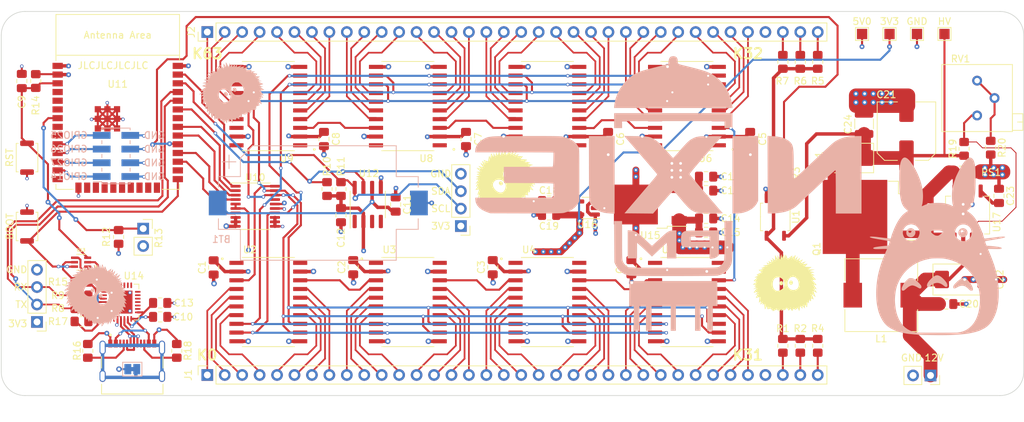
<source format=kicad_pcb>
(kicad_pcb (version 20211014) (generator pcbnew)
  (layers (0 "F.Cu" signal) (1 "In1.Cu" power) (2 "In2.Cu" jumper) (31 "B.Cu" signal) (34 "B.Paste" user) (35 "F.Paste" user) (36 "B.SilkS" user "B.Silkscreen") (37 "F.SilkS" user "F.Silkscreen") (38 "B.Mask" user) (39 "F.Mask" user) (44 "Edge.Cuts" user))
  (net 0 "")
  (net 1 "GND")
  (net 2 "+3.3V")
  (net 3 "+12V")
  (net 4 "NIXIE_HV")
  (net 5 "Net-(D1-Pad2)")
  (net 6 "Net-(Q1-Pad1)")
  (net 7 "Net-(Q1-Pad3)")
  (net 8 "Net-(BT1-Pad1)")
  (net 9 "+5V")
  (net 10 "NX_MOSI")
  (net 11 "NX_SRCLR")
  (net 12 "NX_G")
  (net 13 "/MCU/D+")
  (net 14 "/MCU/D-")
  (net 15 "Net-(R3-Pad2)")
  (net 16 "NX_RCK")
  (net 17 "NX_CLK")
  (net 18 "/MCU/SDA")
  (net 19 "/MCU/SCL")
  (net 20 "Net-(C10-Pad2)")
  (net 21 "Net-(C13-Pad2)")
  (net 22 "Net-(C23-Pad2)")
  (net 24 "/MCU/RXD")
  (net 25 "/MCU/TXD")
  (net 26 "/MCU/EN")
  (net 27 "/MCU/IO0")
  (net 29 "/nixie_drivers/NX1")
  (net 30 "/nixie_drivers/NX2")
  (net 31 "/nixie_drivers/NX3")
  (net 32 "/nixie_drivers/NX4")
  (net 33 "/nixie_drivers/NX5")
  (net 34 "/nixie_drivers/NX6")
  (net 35 "Net-(R17-Pad2)")
  (net 36 "/MCU/ESP_NX_G")
  (net 38 "Net-(R15-Pad1)")
  (net 39 "Net-(U8-Pad18)")
  (net 40 "Net-(R15-Pad2)")
  (net 41 "/MCU/ESP_NX_SRCLR")
  (net 42 "/MCU/ESP_NX_CLK")
  (net 43 "/MCU/ESP_NX_RCK")
  (net 44 "/MCU/ESP_NX_MOSI")
  (net 46 "Net-(U2-Pad18)")
  (net 47 "Net-(U3-Pad18)")
  (net 48 "Net-(U5-Pad18)")
  (net 49 "Net-(U6-Pad18)")
  (net 57 "Net-(U7-Pad18)")
  (net 79 "Net-(R12-Pad1)")
  (net 80 "Net-(R17-Pad1)")
  (net 81 "Net-(R19-Pad2)")
  (net 82 "Net-(R20-Pad1)")
  (net 83 "/MCU/IO25")
  (net 84 "/MCU/IO26")
  (net 85 "/MCU/IO27")
  (net 86 "/MCU/IO14")
  (net 87 "Net-(R1-Pad1)")
  (net 88 "Net-(U4-Pad18)")
  (net 89 "/MCU/TXD_0")
  (net 90 "/MCU/RXD_0")
  (net 91 "ANODE")
  (net 102 "/nixie_drivers/K0")
  (net 103 "/nixie_drivers/K1")
  (net 104 "/nixie_drivers/K2")
  (net 105 "/nixie_drivers/K3")
  (net 106 "/nixie_drivers/K4")
  (net 107 "/nixie_drivers/K5")
  (net 108 "/nixie_drivers/K6")
  (net 109 "/nixie_drivers/K7")
  (net 110 "/nixie_drivers/K8")
  (net 111 "/nixie_drivers/K9")
  (net 112 "/nixie_drivers/K10")
  (net 113 "/nixie_drivers/K11")
  (net 114 "/nixie_drivers/K12")
  (net 115 "/nixie_drivers/K13")
  (net 116 "/nixie_drivers/K14")
  (net 117 "/nixie_drivers/K15")
  (net 118 "/nixie_drivers/K16")
  (net 119 "/nixie_drivers/K17")
  (net 120 "/nixie_drivers/K18")
  (net 121 "/nixie_drivers/K19")
  (net 122 "/nixie_drivers/K20")
  (net 123 "/nixie_drivers/K21")
  (net 124 "/nixie_drivers/K22")
  (net 125 "/nixie_drivers/K23")
  (net 126 "/nixie_drivers/K24")
  (net 127 "/nixie_drivers/K25")
  (net 128 "/nixie_drivers/K26")
  (net 129 "/nixie_drivers/K27")
  (net 130 "/nixie_drivers/K28")
  (net 131 "/nixie_drivers/K29")
  (net 132 "/nixie_drivers/K30")
  (net 133 "/nixie_drivers/K31")
  (net 134 "/nixie_drivers/K63")
  (net 135 "/nixie_drivers/K62")
  (net 136 "/nixie_drivers/K61")
  (net 137 "/nixie_drivers/K60")
  (net 138 "/nixie_drivers/K59")
  (net 139 "/nixie_drivers/K58")
  (net 140 "/nixie_drivers/K57")
  (net 141 "/nixie_drivers/K56")
  (net 142 "/nixie_drivers/K55")
  (net 143 "/nixie_drivers/K54")
  (net 144 "/nixie_drivers/K53")
  (net 145 "/nixie_drivers/K52")
  (net 146 "/nixie_drivers/K51")
  (net 147 "/nixie_drivers/K50")
  (net 148 "/nixie_drivers/K49")
  (net 149 "/nixie_drivers/K48")
  (net 150 "/nixie_drivers/K47")
  (net 151 "/nixie_drivers/K46")
  (net 152 "/nixie_drivers/K45")
  (net 153 "/nixie_drivers/K44")
  (net 154 "/nixie_drivers/K43")
  (net 155 "/nixie_drivers/K42")
  (net 156 "/nixie_drivers/K41")
  (net 157 "/nixie_drivers/K40")
  (net 158 "/nixie_drivers/K39")
  (net 159 "/nixie_drivers/K38")
  (net 160 "/nixie_drivers/K37")
  (net 161 "/nixie_drivers/K36")
  (net 162 "/nixie_drivers/K35")
  (net 163 "/nixie_drivers/K34")
  (net 164 "/nixie_drivers/K33")
  (net 165 "/nixie_drivers/K32")
  (net 166 "Net-(J5-PadA5)")
  (net 168 "Net-(J5-PadB5)")
  (net 170 "Net-(J5-PadS1)")
  (footprint "Resistor_SMD:R_0805_2012Metric_Pad1.20x1.40mm_HandSolder" (layer "F.Cu") (at 186.8495 74.8585 90)
    (fp_text reference "R5")
    (fp_text value "30k")
  )
  (footprint "Diode_SMD:D_SMB" (layer "F.Cu") (at 191.4398 88.8746 180)
    (fp_text reference "D1")
    (fp_text value "D")
  )
  (footprint "Package_SO:SO-8_5.3x6.2mm_P1.27mm" (layer "F.Cu") (at 208.6715 97.1915 90)
    (fp_text reference "U17")
    (fp_text value "MAX1771")
  )
  (footprint "Capacitor_SMD:C_0805_2012Metric_Pad1.18x1.45mm_HandSolder" (layer "F.Cu") (at 147.7335 97.1815)
    (fp_text reference "C19")
    (fp_text value "100n")
  )
  (footprint "Resistor_SMD:R_0805_2012Metric_Pad1.20x1.40mm_HandSolder" (layer "F.Cu") (at 186.8495 116.2605 -90)
    (fp_text reference "R4")
    (fp_text value "30k")
  )
  (footprint "Capacitor_SMD:C_0805_2012Metric_Pad1.18x1.45mm_HandSolder" (layer "F.Cu") (at 205.5575 110.1645)
    (fp_text reference "C20")
    (fp_text value "100n")
  )
  (footprint "Capacitor_SMD:C_0805_2012Metric_Pad1.18x1.45mm_HandSolder" (layer "F.Cu") (at 114.935 86.106 90)
    (fp_text reference "C8")
    (fp_text value "100n")
  )
  (footprint "Capacitor_SMD:C_0805_2012Metric_Pad1.18x1.45mm_HandSolder" (layer "F.Cu") (at 119.1975 104.8015 90)
    (fp_text reference "C2")
    (fp_text value "100n")
  )
  (footprint "Package_DFN_QFN:QFN-28-1EP_5x5mm_P0.5mm_EP3.35x3.35mm" (layer "F.Cu") (at 85.3765 109.8815 90)
    (fp_text reference "U14")
    (fp_text value "CP2102N-Axx-xQFN28")
  )
  (footprint "Espressif:SOIC127P1030X265-20N" (layer "F.Cu") (at 167.7995 109.8815)
    (fp_text reference "U5")
    (fp_text value "TPIC6B595DW")
  )
  (footprint "Resistor_SMD:R_0805_2012Metric_Pad1.20x1.40mm_HandSolder" (layer "F.Cu") (at 79.6335 110.7995)
    (fp_text reference "R8")
    (fp_text value "0")
  )
  (footprint "TestPoint:TestPoint_Pad_1.5x1.5mm" (layer "F.Cu") (at 193.3035 70.7945)
    (fp_text reference "TP1" hide)
    (fp_text value "5V0")
  )
  (footprint "Capacitor_SMD:C_0805_2012Metric_Pad1.18x1.45mm_HandSolder" (layer "F.Cu") (at 147.7335 95.1495)
    (fp_text reference "C18")
    (fp_text value "10u")
  )
  (footprint "Capacitor_SMD:C_0805_2012Metric_Pad1.18x1.45mm_HandSolder" (layer "F.Cu") (at 156.315332 86.106 90)
    (fp_text reference "C6")
    (fp_text value "100n")
  )
  (footprint "MountingHole:MountingHole_3.2mm_M3" (layer "F.Cu") (at 71.3995 120.0615)
    (fp_text reference "H4" hide)
    (fp_text value "MountingHole" hide)
  )
  (footprint "Connector_PinHeader_2.54mm:PinHeader_1x04_P2.54mm_Vertical" (layer "F.Cu") (at 134.874 98.796 180)
    (fp_text reference "J4" hide)
    (fp_text value "I2C" hide)
  )
  (footprint "Capacitor_SMD:C_0805_2012Metric_Pad1.18x1.45mm_HandSolder" (layer "F.Cu") (at 98.8775 104.8305 90)
    (fp_text reference "C1")
    (fp_text value "100n")
  )
  (footprint "TestPoint:TestPoint_Pad_1.5x1.5mm" (layer "F.Cu") (at 205.3035 70.7945)
    (fp_text reference "TP4" hide)
    (fp_text value "HV")
  )
  (footprint "Capacitor_SMD:C_0805_2012Metric_Pad1.18x1.45mm_HandSolder" (layer "F.Cu") (at 91.0915 112.0405 180)
    (fp_text reference "C10")
    (fp_text value "100n")
  )
  (footprint "Resistor_SMD:R_0805_2012Metric_Pad1.20x1.40mm_HandSolder" (layer "F.Cu") (at 79.629 108.8945)
    (fp_text reference "R9")
    (fp_text value "0")
  )
  (footprint "Espressif:ESP32-WROOM-32E" (layer "F.Cu") (at 84.9075 82.4545)
    (fp_text reference "U11")
    (fp_text value "ESP32-WROOM-E")
  )
  (footprint "Resistor_SMD:R_0805_2012Metric_Pad1.20x1.40mm_HandSolder" (layer "F.Cu") (at 208.1635 87.5395 90)
    (fp_text reference "R19")
    (fp_text value "1M5")
  )
  (footprint "Espressif:SOIC127P1030X265-20N" (layer "F.Cu") (at 147.4795 109.8815)
    (fp_text reference "U4")
    (fp_text value "TPIC6B595DW")
  )
  (footprint "Resistor_SMD:R_0805_2012Metric_Pad1.20x1.40mm_HandSolder" (layer "F.Cu") (at 212.0392 87.376 -90)
    (fp_text reference "R20")
    (fp_text value "10k")
  )
  (footprint "Espressif:totoro" (layer "F.Cu") (at 182.118 106.807)
    (fp_text reference "G***" hide)
    (fp_text value "LOGO" hide)
  )
  (footprint "Connector_PinHeader_2.54mm:PinHeader_1x36_P2.54mm_Vertical" (layer "F.Cu") (at 97.9495 70.5115 90)
    (fp_text reference "J2")
    (fp_text value "Conn_01x36")
  )
  (footprint "Capacitor_SMD:C_0805_2012Metric_Pad1.18x1.45mm_HandSolder" (layer "F.Cu") (at 170.5935 91.5935 180)
    (fp_text reference "C16")
    (fp_text value "10u")
  )
  (footprint "Espressif:SOIC127P1030X265-20N" (layer "F.Cu") (at 106.8395 109.8815)
    (fp_text reference "U2")
    (fp_text value "TPIC6B595DW")
  )
  (footprint "Resistor_SMD:R_0805_2012Metric_Pad1.20x1.40mm_HandSolder" (layer "F.Cu") (at 184.3095 74.8585 90)
    (fp_text reference "R6")
    (fp_text value "30k")
  )
  (footprint "TestPoint:TestPoint_Pad_1.5x1.5mm" (layer "F.Cu") (at 201.3035 70.7945)
    (fp_text reference "TP3" hide)
    (fp_text value "GND")
  )
  (footprint "Capacitor_SMD:C_0805_2012Metric_Pad1.18x1.45mm_HandSolder" (layer "F.Cu") (at 170.5935 93.6255 180)
    (fp_text reference "C17")
    (fp_text value "100n")
  )
  (footprint "Capacitor_SMD:C_1210_3225Metric" (layer "F.Cu") (at 193.5988 83.8962 90)
    (fp_text reference "C24")
    (fp_text value "100n/250V")
  )
  (footprint "Resistor_SMD:R_0805_2012Metric_Pad1.20x1.40mm_HandSolder" (layer "F.Cu") (at 72.9695 77.6525 90)
    (fp_text reference "R14")
    (fp_text value "10k")
  )
  (footprint "Espressif:SOIC127P1030X265-20N" (layer "F.Cu") (at 127.1595 109.8815)
    (fp_text reference "U3")
    (fp_text value "TPIC6B595DW")
  )
  (footprint "Package_SO:SOP-4_3.8x4.1mm_P2.54mm" (layer "F.Cu") (at 180.6655 97.4645 -90)
    (fp_text reference "U1")
    (fp_text value "TLP627")
  )
  (footprint "Resistor_SMD:R_0805_2012Metric_Pad1.20x1.40mm_HandSolder" (layer "F.Cu") (at 184.3095 116.2605 -90)
    (fp_text reference "R2")
    (fp_text value "30k")
  )
  (footprint "Connector_PinSocket_2.54mm:PinSocket_1x36_P2.54mm_Vertical" (layer "F.Cu") (at 97.9495 120.5115 90)
    (fp_text reference "J1")
    (fp_text value "Conn_01x36")
  )
  (footprint "Espressif:SOIC127P1030X265-20N" (layer "F.Cu") (at 167.7995 81.3065 180)
    (fp_text reference "U6")
    (fp_text value "TPIC6B595DW")
  )
  (footprint "Package_TO_SOT_SMD:TO-252-2" (layer "F.Cu") (at 162.4655 95.6575 180)
    (fp_text reference "U15")
    (fp_text value "L7805")
  )
  (footprint "Espressif:SOIC127P1030X265-20N" (layer "F.Cu") (at 127.1595 81.3065 180)
    (fp_text reference "U8")
    (fp_text value "TPIC6B595DW")
  )
  (footprint "Resistor_SMD:R_0805_2012Metric_Pad1.20x1.40mm_HandSolder" (layer "F.Cu") (at 79.629 106.934 180)
    (fp_text reference "R15")
    (fp_text value "10k")
  )
  (footprint "Resistor_SMD:R_0805_2012Metric_Pad1.20x1.40mm_HandSolder" (layer "F.Cu") (at 115.3875 93.4005 -90)
    (fp_text reference "R10")
    (fp_text value "3.3k")
  )
  (footprint "Capacitor_SMD:C_Elec_8x10.2" (layer "F.Cu") (at 199.771 84.963 90)
    (fp_text reference "C21")
    (fp_text value "4.7u/250V")
  )
  (footprint "Capacitor_SMD:C_0805_2012Metric_Pad1.18x1.45mm_HandSolder" (layer "F.Cu") (at 135.625166 86.106 90)
    (fp_text reference "C7")
    (fp_text value "100n")
  )
  (footprint "Capacitor_SMD:C_0805_2012Metric_Pad1.18x1.45mm_HandSolder" (layer "F.Cu") (at 213.2435 94.3975 -90)
    (fp_text reference "C23")
    (fp_text value "100n")
  )
  (footprint "Capacitor_SMD:C_0805_2012Metric_Pad1.18x1.45mm_HandSolder" (layer "F.Cu") (at 91.0915 110.0085 180)
    (fp_text reference "C13")
    (fp_text value "100n")
  )
  (footprint "Espressif:SOT65P210X110-6N" (layer "F.Cu") (at 79.5735 104.0685 180)
    (fp_text reference "U13")
    (fp_text value "SBC847BDW1T1G")
  )
  (footprint "Connector_PinHeader_2.54mm:PinHeader_1x04_P2.54mm_Vertical" (layer "F.Cu") (at 73.152 112.776 180)
    (fp_text reference "J3" hide)
    (fp_text value "UART")
  )
  (footprint "Button_Switch_SMD:SW_Push_SPST_NO_Alps_SKRK" (layer "F.Cu") (at 71.6995 88.8285 90)
    (fp_text reference "SW1" hide)
    (fp_text value "RST")
  )
  (footprint "Connector_PinSocket_2.54mm:PinSocket_1x02_P2.54mm_Vertical" (layer "F.Cu") (at 88.6155 99.1685)
    (fp_text reference "R13")
    (fp_text value "R_Photo")
  )
  (footprint "Resistor_SMD:R_1206_3216Metric_Pad1.30x1.75mm_HandSolder" (layer "F.Cu") (at 208.1635 90.9685)
    (fp_text reference "RS1")
    (fp_text value "0.05")
  )
  (footprint "Espressif:SOIC127P1030X265-20N" (layer "F.Cu") (at 147.4795 81.3065 180)
    (fp_text reference "U7")
    (fp_text value "TPIC6B595DW")
  )
  (footprint "Resistor_SMD:R_0805_2012Metric_Pad1.20x1.40mm_HandSolder" (layer "F.Cu") (at 181.7695 116.2605 -90)
    (fp_text reference "R1")
    (fp_text value "30k")
  )
  (footprint "Capacitor_SMD:C_0805_2012Metric_Pad1.18x1.45mm_HandSolder" (layer "F.Cu") (at 170.5935 97.6895 180)
    (fp_text reference "C14")
    (fp_text value "10u")
  )
  (footprint "Connector_PinSocket_2.54mm:PinSocket_1x02_P2.54mm_Vertical" (layer "F.Cu") (at 203.2715 120.5785 -90)
    (fp_text reference "J6" hide)
    (fp_text value "Conn_01x02_Male")
  )
  (footprint "Capacitor_SMD:C_0805_2012Metric_Pad1.18x1.45mm_HandSolder" (layer "F.Cu") (at 177.0055 86.106 90)
    (fp_text reference "C5")
    (fp_text value "100n")
  )
  (footprint "Package_TO_SOT_SMD:TO-263-2" (layer "F.Cu") (at 195.6515 97.4645 180)
    (fp_text reference "Q1")
    (fp_text value "IRF740")
  )
  (footprint "Espressif:HRO_TYPE-C-31-M-12" (layer "F.Cu") (at 87.0275 120.6765)
    (fp_text reference "J5" hide)
    (fp_text value "TYPE-C-31-M-12")
  )
  (footprint "Resistor_SMD:R_0805_2012Metric_Pad1.20x1.40mm_HandSolder" (layer "F.Cu") (at 93.5045 116.9935 90)
    (fp_text reference "R18")
    (fp_text value "5k1")
  )
  (footprint "Package_SO:TSSOP-20_4.4x6.5mm_P0.65mm" (layer "F.Cu") (at 104.9345 95.9115)
    (fp_text reference "U10")
    (fp_text value "TXB0108PWR")
  )
  (footprint "Resistor_SMD:R_0805_2012Metric_Pad1.20x1.40mm_HandSolder" (layer "F.Cu") (at 80.5505 116.9935 90)
    (fp_text reference "R16")
    (fp_text value "5k1")
  )
  (footprint "Package_TO_SOT_SMD:SOT-23-5" (layer "F.Cu") (at 153.3215 96.1655 180)
    (fp_text reference "U16")
    (fp_text value "AP2127K-3.3")
  )
  (footprint "Capacitor_SMD:C_0805_2012Metric_Pad1.18x1.45mm_HandSolder" (layer "F.Cu") (at 159.7105 104.8015 90)
    (fp_text reference "C4")
    (fp_text value "100n")
  )
  (footprint "Espressif:totoro" (layer "F.Cu") (at 140.885169 91.927626 45)
    (fp_text reference "G***" hide)
    (fp_text value "LOGO" hide)
  )
  (footprint "Capacitor_SMD:C_0805_2012Metric_Pad1.18x1.45mm_HandSolder" (layer "F.Cu") (at 170.5935 99.7215 180)
    (fp_text reference "C15")
    (fp_text value "100n")
  )
  (footprint "Capacitor_SMD:C_0805_2012Metric_Pad1.18x1.45mm_HandSolder" (layer "F.Cu") (at 70.9375 77.6525 -90)
    (fp_text reference "C9")
    (fp_text value "100n")
  )
  (footprint "Capacitor_SMD:C_0805_2012Metric_Pad1.18x1.45mm_HandSolder" (layer "F.Cu") (at 139.5175 104.8015 90)
    (fp_text reference "C3")
    (fp_text value "100n")
  )
  (footprint "Espressif:SOIC127P1030X265-20N" (layer "F.Cu") (at 106.8395 81.3065 180)
    (fp_text reference "U9")
    (fp_text value "TPIC6B595DW")
  )
  (footprint "Resistor_SMD:R_0805_2012Metric_Pad1.20x1.40mm_HandSolder" (layer "F.Cu") (at 117.4195 93.4005 -90)
    (fp_text reference "R11")
    (fp_text value "3.3k")
  )
  (footprint "TestPoint:TestPoint_Pad_1.5x1.5mm" (layer "F.Cu") (at 197.3035 70.7945)
    (fp_text reference "TP2" hide)
    (fp_text value "3V3")
  )
  (footprint "Resistor_SMD:R_0805_2012Metric_Pad1.20x1.40mm_HandSolder" (layer "F.Cu") (at 181.9355 91.1145 -90)
    (fp_text reference "R3")
    (fp_text value "133")
  )
  (footprint "MountingHole:MountingHole_3.2mm_M3" (layer "F.Cu") (at 213.3995 70.9615)
    (fp_text reference "H2" hide)
    (fp_text value "MountingHole" hide)
  )
  (footprint "MountingHole:MountingHole_3.2mm_M3" (layer "F.Cu") (at 213.3995 120.0615)
    (fp_text reference "H3" hide)
    (fp_text value "MountingHole" hide)
  )
  (footprint "Button_Switch_SMD:SW_Push_SPST_NO_Alps_SKRK" (layer "F.Cu") (at 71.6995 98.8615 -90)
    (fp_text reference "SW2" hide)
    (fp_text value "BOOT")
  )
  (footprint "Capacitor_Tantalum_SMD:CP_EIA-7343-15_Kemet-W" (layer "F.Cu") (at 208.0365 106.5895)
    (fp_text reference "C22")
    (fp_text value "100u")
  )
  (footprint "Capacitor_SMD:C_0805_2012Metric_Pad1.18x1.45mm_HandSolder" (layer "F.Cu") (at 117.4195 97.2105 90)
    (fp_text reference "C12")
    (fp_text value "100n")
  )
  (footprint "Resistor_SMD:R_0805_2012Metric_Pad1.20x1.40mm_HandSolder" (layer "F.Cu") (at 181.7695 74.8585 90)
    (fp_text reference "R7")
    (fp_text value "30k")
  )
  (footprint "MountingHole:MountingHole_3.2mm_M3" (layer "F.Cu") (at 71.3995 70.9615)
    (fp_text reference "H1" hide)
    (fp_text value "MountingHole" hide)
  )
  (footprint "Resistor_SMD:R_0805_2012Metric_Pad1.20x1.40mm_HandSolder" (layer "F.Cu") (at 85.0345 100.3855 -90)
    (fp_text reference "R12")
    (fp_text value "10k")
  )
  (footprint "Potentiometer_THT:Potentiometer_Bourns_3296P_Horizontal" (layer "F.Cu") (at 210.058 82.677 180)
    (fp_text reference "RV1")
    (fp_text value "5k")
  )
  (footprint "Inductor_SMD:L_10.4x10.4_H4.8" (layer "F.Cu") (at 196.0985 108.8755 180)
    (fp_text reference "L1")
    (fp_text value "100u")
  )
  (footprint "Capacitor_SMD:C_0805_2012Metric_Pad1.18x1.45mm_HandSolder" (layer "F.Cu") (at 125.3815 95.6575 -90)
    (fp_text reference "C11")
    (fp_text value "100n")
  )
  (footprint "Package_SO:SOIC-8_3.9x4.9mm_P1.27mm" (layer "F.Cu") (at 121.3175 95.6575 90)
    (fp_text reference "U12")
    (fp_text value "DS3231MZ")
  )
  (footprint "Resistor_SMD:R_0805_2012Metric_Pad1.20x1.40mm_HandSolder" (layer "F.Cu") (at 79.6335 112.7045 180)
    (fp_text reference "R17")
    (fp_text value "10k")
  )
  (footprint "Battery:BatteryHolder_Keystone_1060_1x2032" (layer "B.Cu") (at 114.1175 95.4325)
    (fp_text reference "BT1")
    (fp_text value "CR2030")
  )
  (footprint "Espressif:totoro2" (layer "B.Cu") (at 204.47 101.6 180)
    (fp_text reference "G***" hide)
    (fp_text value "LOGO" hide)
  )
  (footprint "Espressif:totoro" (layer "B.Cu") (at 82.085411 108.38584 150)
    (fp_text reference "G***" hide)
    (fp_text value "LOGO" hide)
  )
  (footprint "Jumper:SolderJumper-2_P1.3mm_Bridged_Pad1.0x1.5mm" (layer "B.Cu") (at 87.0275 119.6605 180)
    (fp_text reference "JP1" hide)
    (fp_text value "Jumper_2_Bridged")
  )
  (footprint "Connector_PinHeader_2.00mm:PinHeader_2x04_P2.00mm_Vertical_SMD" (layer "B.Cu") (at 84.6535 88.5745)
    (fp_text reference "J4" hide)
    (fp_text value "Conn_02x04_Odd_Even")
  )
  (footprint "Espressif:symbol" (layer "B.Cu") (at 165.1 93.98 180)
    (fp_text reference "G***" hide)
    (fp_text value "LOGO" hide)
  )
  (footprint "Espressif:totoro" (layer "B.Cu") (at 101.262411 78.92184 -150)
    (fp_text reference "G***" hide)
    (fp_text value "LOGO" hide)
  )
  (gr_arc (start 213.3995 67.5115) (mid 215.839018 68.521982) (end 216.8495 70.9615) (layer "Edge.Cuts") (width 0.1))
  (gr_arc (start 71.3995 123.5115) (mid 68.959982 122.501018) (end 67.9495 120.0615) (layer "Edge.Cuts") (width 0.1))
  (gr_line (start 213.3995 123.5115) (end 71.3995 123.5115) (layer "Edge.Cuts") (width 0.1))
  (gr_arc (start 216.8495 120.0615) (mid 215.839018 122.501018) (end 213.3995 123.5115) (layer "Edge.Cuts") (width 0.1))
  (gr_line (start 216.8495 70.9615) (end 216.8495 120.0615) (layer "Edge.Cuts") (width 0.1))
  (gr_line (start 213.3995 67.5115) (end 71.3995 67.5115) (layer "Edge.Cuts") (width 0.1))
  (gr_line (start 67.9495 120.0615) (end 67.9495 70.9615) (layer "Edge.Cuts") (width 0.1))
  (gr_arc (start 67.9495 70.9615) (mid 68.959982 68.521982) (end 71.3995 67.5115) (layer "Edge.Cuts") (width 0.1))
  (gr_text "GND" (at 90.2415 91.5745) (layer "B.SilkS") (effects (font (size 1 1)) (justify mirror)))
  (gr_text "GPIO26\n" (at 77.7955 87.5585) (layer "B.SilkS") (effects (font (size 1 1)) (justify mirror)))
  (gr_text "GND" (at 90.2415 85.5745) (layer "B.SilkS") (effects (font (size 1 1)) (justify mirror)))
  (gr_text "GND" (at 90.2415 89.5745) (layer "B.SilkS") (effects (font (size 1 1)) (justify mirror)))
  (gr_text "GPIO14" (at 77.7955 91.5585) (layer "B.SilkS") (effects (font (size 1 1)) (justify mirror)))
  (gr_text "GND" (at 90.2415 87.5745) (layer "B.SilkS") (effects (font (size 1 1)) (justify mirror)))
  (gr_text "GPIO25" (at 77.7955 85.5585) (layer "B.SilkS") (effects (font (size 1 1)) (justify mirror)))
  (gr_text "GPIO27\n" (at 77.7955 89.5585) (layer "B.SilkS") (effects (font (size 1 1)) (justify mirror)))
  (gr_text "K0" (at 97.917 117.602) (layer "F.SilkS") (effects (font (size 1.5 1.5) (thickness 0.3))))
  (gr_text "3V3\n" (at 70.34219 113.03) (layer "F.SilkS") (effects (font (size 1 1))))
  (gr_text "SCL" (at 131.953 96.256) (layer "F.SilkS") (effects (font (size 1 1))))
  (gr_text "JLCJLCJLCJLC" (at 84.2264 75.3872) (layer "F.SilkS") (effects (font (size 1 1))))
  (gr_text "TX" (at 70.866 110.236) (layer "F.SilkS") (effects (font (size 1 1))))
  (gr_text "GND" (at 200.4975 118.0135) (layer "F.SilkS") (effects (font (size 1 1))))
  (gr_text "K31\n" (at 176.657 117.602) (layer "F.SilkS") (effects (font (size 1.5 1.5) (thickness 0.3))))
  (gr_text "12V\n" (at 203.7995 118.0135) (layer "F.SilkS") (effects (font (size 1 1))))
  (gr_text "K32\n" (at 176.6895 73.66) (layer "F.SilkS") (effects (font (size 1.5 1.5) (thickness 0.3))))
  (gr_text "RX\n" (at 70.746952 107.696) (layer "F.SilkS") (effects (font (size 1 1))))
  (gr_text "GND" (at 131.953 91.176) (layer "F.SilkS") (effects (font (size 1 1))))
  (gr_text "K63\n" (at 97.9495 73.66) (layer "F.SilkS") (effects (font (size 1.5 1.5) (thickness 0.3))))
  (gr_text "GND" (at 70.199333 105.156) (layer "F.SilkS") (effects (font (size 1 1))))
  (gr_text "3V3\n" (at 131.953 98.796) (layer "F.SilkS") (effects (font (size 1 1))))
  (gr_text "SDA" (at 131.953 93.716) (layer "F.SilkS") (effects (font (size 1 1))))
  (segment (start 76.1575 75.4445) (end 77.7305 75.4445) (width 0.5) (layer "F.Cu") (net 1))
  (segment (start 71.6995 90.9285) (end 71.6995 91.8765) (width 0.3) (layer "F.Cu") (net 1))
  (segment (start 156.315332 87.1435) (end 156.315332 88.370332) (width 0.5) (layer "F.Cu") (net 1))
  (segment (start 159.7105 105.839) (end 159.7105 107.0055) (width 0.5) (layer "F.Cu") (net 1))
  (segment (start 172.7625 99.7215) (end 172.7915 99.7505) (width 0.5) (layer "F.Cu") (net 1))
  (segment (start 172.7625 97.6895) (end 172.7915 97.7185) (width 0.5) (layer "F.Cu") (net 1))
  (segment (start 212.0392 89.8652) (end 212.471 90.297) (width 0.5) (layer "F.Cu") (net 1))
  (segment (start 124.2325 115.5965) (end 122.5195 115.5965) (width 0.5) (layer "F.Cu") (net 1))
  (segment (start 130.1485 115.5965) (end 131.7995 115.5965) (width 0.5) (layer "F.Cu") (net 1))
  (segment (start 82.0075 81.7645) (end 84.8075 84.5645) (width 0.3) (layer "F.Cu") (net 1))
  (segment (start 130.0745 105.4365) (end 130.048 105.41) (width 0.5) (layer "F.Cu") (net 1))
  (segment (start 102.072 98.8365) (end 100.7415 98.8365) (width 0.5) (layer "F.Cu") (net 1))
  (segment (start 208.026 95.631) (end 208.026 97.028) (width 0.5) (layer "F.Cu") (net 1))
  (segment (start 179.3955 93.5275) (end 179.2685 93.4005) (width 0.5) (layer "F.Cu") (net 1))
  (segment (start 83.312 114.427) (end 83.8275 114.9425) (width 0.3) (layer "F.Cu") (net 1))
  (segment (start 135.625166 87.1435) (end 135.625166 88.381166) (width 0.5) (layer "F.Cu") (net 1))
  (segment (start 84.8075 83.1645) (end 85.5935 83.1645) (width 0.3) (layer "F.Cu") (net 1))
  (segment (start 109.7545 75.5915) (end 109.728 75.565) (width 0.5) (layer "F.Cu") (net 1))
  (segment (start 123.2225 93.1825) (end 123.2225 91.7885) (width 0.5) (layer "F.Cu") (net 1))
  (segment (start 81.1735 83.1645) (end 81.0975 83.2405) (width 0.3) (layer "F.Cu") (net 1))
  (segment (start 109.1645 96.3215) (end 109.0795 96.2365) (width 0.3) (layer "F.Cu") (net 1))
  (segment (start 163.1595 85.7515) (end 161.3165 85.7515) (width 0.5) (layer "F.Cu") (net 1))
  (segment (start 144.5525 115.5965) (end 142.8395 115.5965) (width 0.5) (layer "F.Cu") (net 1))
  (segment (start 209.3065 93.6915) (end 209.3065 95.6205) (width 0.5) (layer "F.Cu") (net 1))
  (segment (start 156.315332 88.370332) (end 156.337 88.392) (width 0.5) (layer "F.Cu") (net 1))
  (segment (start 145.5155 95.1495) (end 145.4865 95.1785) (width 0.5) (layer "F.Cu") (net 1))
  (segment (start 82.0075 84.5645) (end 84.8075 84.5645) (width 0.3) (layer "F.Cu") (net 1))
  (segment (start 79.1875 93.2045) (end 79.1875 94.4115) (width 0.3) (layer "F.Cu") (net 1))
  (segment (start 139.5175 105.839) (end 139.5175 107.0055) (width 0.5) (layer "F.Cu") (net 1))
  (segment (start 171.631 93.6255) (end 172.7625 93.6255) (width 0.5) (layer "F.Cu") (net 1))
  (segment (start 70.9375 76.615) (end 70.9375 75.4935) (width 0.3) (layer "F.Cu") (net 1))
  (segment (start 103.9125 115.5965) (end 102.1995 115.5965) (width 0.5) (layer "F.Cu") (net 1))
  (segment (start 92.129 110.0085) (end 93.1335 110.0085) (width 0.3) (layer "F.Cu") (net 1))
  (segment (start 213.9205 106.5895) (end 213.9395 106.6085) (width 1) (layer "F.Cu") (net 1))
  (segment (start 113.3845 105.4365) (end 113.411 105.41) (width 0.5) (layer "F.Cu") (net 1))
  (segment (start 142.8395 75.5915) (end 144.6265 75.5915) (width 0.5) (layer "F.Cu") (net 1))
  (segment (start 135.625166 88.381166) (end 135.636 88.392) (width 0.5) (layer "F.Cu") (net 1))
  (segment (start 123.2225 91.7885) (end 123.2615 91.7495) (width 0.5) (layer "F.Cu") (net 1))
  (segment (start 172.7625 91.5935) (end 172.7915 91.6225) (width 0.5) (layer "F.Cu") (net 1))
  (segment (start 146.696 95.1495) (end 145.5155 95.1495) (width 0.5) (layer "F.Cu") (net 1))
  (segment (start 107.797 98.8365) (end 108.8855 98.8365) (width 0.3) (layer "F.Cu") (net 1))
  (segment (start 170.7885 115.5965) (end 172.4395 115.5965) (width 0.5) (layer "F.Cu") (net 1))
  (segment (start 109.8285 115.5965) (end 111.4795 115.5965) (width 0.5) (layer "F.Cu") (net 1))
  (segment (start 93.1335 112.0405) (end 93.1625 112.0695) (width 0.3) (layer "F.Cu") (net 1))
  (segment (start 83.8275 114.9425) (end 83.8275 115.9265) (width 0.3) (layer "F.Cu") (net 1))
  (segment (start 119.1975 107.0055) (end 119.253 107.061) (width 0.5) (layer "F.Cu") (net 1))
  (segment (start 111.4795 75.5915) (end 109.7545 75.5915) (width 0.5) (layer "F.Cu") (net 1))
  (segment (start 131.7995 75.5915) (end 130.0745 75.5915) (width 0.5) (layer "F.Cu") (net 1))
  (segment (start 160.3655 95.6575) (end 160.3655 99.0955) (width 1) (layer "F.Cu") (net 1))
  (segment (start 161.3165 85.7515) (end 161.29 85.725) (width 0.5) (layer "F.Cu") (net 1))
  (segment (start 212.0392 88.376) (end 212.0392 89.8652) (width 0.5) (layer "F.Cu") (net 1))
  (segment (start 152.1195 105.4365) (end 150.3945 105.4365) (width 0.5) (layer "F.Cu") (net 1))
  (segment (start 95.1927 75.4445) (end 95.1992 75.438) (width 0.5) (layer "F.Cu") (net 1))
  (segment (start 122.5195 85.7515) (end 120.8035 85.7515) (width 0.5) (layer "F.Cu") (net 1))
  (segment (start 84.8765 112.3315) (end 84.8765 113.113) (width 0.3) (layer "F.Cu") (net 1))
  (segment (start 108.8855 98.8365) (end 108.9105 98.8615) (width 0.3) (layer "F.Cu") (net 1))
  (segment (start 150.4685 115.5965) (end 152.1195 115.5965) (width 0.5) (layer "F.Cu") (net 1))
  (segment (start 155.7445 96.1655) (end 155.7735 96.1945) (width 0.5) (layer "F.Cu") (net 1))
  (segment (start 213.2435 91.8105) (end 213.741 91.313) (width 0.5) (layer "F.Cu") (net 1))
  (segment (start 79.1875 94.4115) (end 79.1925 94.4165) (width 0.3) (layer "F.Cu") (net 1))
  (segment (start 122.5195 75.5915) (end 124.3065 75.5915) (width 0.5) (layer "F.Cu") (net 1))
  (segment (start 102.1995 85.7515) (end 103.8595 85.7515) (width 0.5) (layer "F.Cu") (net 1))
  (segment (start 160.3655 99.0955) (end 160.3655 100.1115) (width 1) (layer "F.Cu") (net 1))
  (segment (start 201.3035 72.6355) (end 201.295 72.644) (width 0.5) (layer "F.Cu") (net 1))
  (segment (start 90.932 113.919) (end 90.2275 114.6235) (width 0.3) (layer "F.Cu") (net 1))
  (segment (start 85.5935 83.1645) (end 85.6695 83.2405) (width 0.3) (layer "F.Cu") (net 1))
  (segment (start 171.631 97.6895) (end 172.7625 97.6895) (width 0.5) (layer "F.Cu") (net 1))
  (segment (start 109.0795 96.2365) (end 107.797 96.2365) (width 0.3) (layer "F.Cu") (net 1))
  (segment (start 102.1995 75.5915) (end 103.9865 75.5915) (width 0.5) (layer "F.Cu") (net 1))
  (segment (start 160.3655 91.6025) (end 160.3655 90.6265) (width 1) (layer "F.Cu") (net 1))
  (segment (start 131.7995 105.4365) (end 130.0745 105.4365) (width 0.5) (layer "F.Cu") (net 1))
  (segment (start 103.9865 75.5915) (end 104.013 75.565) (width 0.5) (layer "F.Cu") (net 1))
  (segment (start 172.7625 93.6255) (end 172.7915 93.6545) (width 0.5) (layer "F.Cu") (net 1))
  (segment (start 82.0075 81.7645) (end 82.0075 84.5645) (width 0.3) (layer "F.Cu") (net 1))
  (segment (start 90.2275 114.6235) (end 90.2275 115.9265) (width 0.3) (layer "F.Cu") (net 1))
  (segment (start 206.595 110.1645) (end 208.4785 110.1645) (width 0.5) (layer "F.Cu") (net 1))
  (segment (start 90.932 113.919) (end 92.075 113.919) (width 0.3) (layer "F.Cu") (net 1))
  (segment (start 83.4075 81.7645) (end 83.4075 84.5645) (width 0.3) (layer "F.Cu") (net 1))
  (segment (start 83.4075 81.7645) (end 84.8075 83.1645) (width 0.3) (layer "F.Cu") (net 1))
  (segment (start 125.3815 93.3125) (end 125.4205 93.2735) (width 0.5) (layer "F.Cu") (net 1))
  (segment (start 177.0055 87.1435) (end 177.0055 88.3595) (width 0.5) (layer "F.Cu") (net 1))
  (segment (start 209.5135 106.5895) (end 208.2435 106.5895) (width 1) (layer "F.Cu") (net 1))
  (segment (start 211.149 106.5895) (end 212.8155 106.5895) (width 1) (layer "F.Cu") (net 1))
  (segment (start 93.5045 115.3485) (end 93.5045 115.9935) (width 0.3) (layer "F.Cu") (net 1))
  (segment (start 82.169 114.427) (end 80.6025 115.9935) (width 0.3) (layer "F.Cu") (net 1))
  (segment (start 107.797 98.8365) (end 107.797 97.5365) (width 0.5) (layer "F.Cu") (net 1))
  (segment (start 210.5765 100.6915) (end 210.5765 102.8595) (width 0.5) (layer "F.Cu") (net 1))
  (segment (start 93.1335 110.0085) (end 93.1625 110.0375) (width 0.3) (layer "F.Cu") (net 1))
  (segment (start 142.8395 85.7515) (end 141.1235 85.7515) (width 0.5) (layer "F.Cu") (net 1))
  (segment (start 211.149 106.5895) (end 209.5135 106.5895) (width 1) (layer "F.Cu") (net 1))
  (segment (start 92.129 112.0405) (end 93.1335 112.0405) (width 0.3) (layer "F.Cu") (net 1))
  (segment (start 83.312 114.427) (end 82.169 114.427) (width 0.3) (layer "F.Cu") (net 1))
  (segment (start 119.1975 105.839) (end 119.1975 107.0055) (width 0.5) (layer "F.Cu") (net 1))
  (segment (start 208.0365 93.6915) (end 208.0365 95.6205) (width 0.5) (layer "F.Cu") (net 1))
  (segment (start 102.072 98.8365) (end 102.072 97.5565) (width 0.5) (layer "F.Cu") (net 1))
  (segment (start 172.4395 75.5915) (end 170.7145 75.5915) (width 0.5) (layer "F.Cu") (net 1))
  (segment (start 92.075 113.919) (end 93.5045 115.3485) (width 0.3) (layer "F.Cu") (net 1))
  (segment (start 82.0075 81.7645) (end 84.8075 81.7645) (width 0.3) (layer "F.Cu") (net 1))
  (segment (start 83.4075 84.5645) (end 84.8075 83.1645) (width 0.3) (layer "F.Cu") (net 1))
  (segment (start 172.4395 105.4365) (end 170.7145 105.4365) (width 0.5) (layer "F.Cu") (net 1))
  (segment (start 141.1235 85.7515) (end 141.097 85.725) (width 0.5) (layer "F.Cu") (net 1))
  (segment (start 82.0075 83.1645) (end 83.4075 84.5645) (width 0.3) (layer "F.Cu") (net 1))
  (segment (start 120.8035 85.7515) (end 120.777 85.725) (width 0.5) (layer "F.Cu") (net 1))
  (segment (start 71.6995 96.7615) (end 71.6995 95.8135) (width 0.3) (layer "F.Cu") (net 1))
  (segment (start 208.0365 95.6205) (end 208.026 95.631) (width 0.5) (layer "F.Cu") (net 1))
  (segment (start 83.4075 81.7645) (end 83.4075 80.8515) (width 0.3) (layer "F.Cu") (net 1))
  (segment (start 125.3815 94.62) (end 125.3815 93.3125) (width 0.5) (layer "F.Cu") (net 1))
  (segment (start 84.8075 84.5645) (end 84.8075 81.7645) (width 0.3) (layer "F.Cu") (net 1))
  (segment (start 93.6575 75.4445) (end 95.1927 75.4445) (width 0.5) (layer "F.Cu") (net 1))
  (segment (start 111.4795 105.4365) (end 113.3845 105.4365) (width 0.5) (layer "F.Cu") (net 1))
  (segment (start 82.0075 83.1645) (end 83.4075 81.7645) (width 0.3) (layer "F.Cu") (net 1))
  (segment (start 98.8775 105.868) (end 98.8775 107.1325) (width 0.5) (layer "F.Cu") (net 1))
  (segment (start 146.696 97.1815) (end 145.5155 97.1815) (width 0.5) (layer "F.Cu") (net 1))
  (segment (start 201.3035 70.7945) (end 201.3035 72.6355) (width 0.3) (layer "F.Cu") (net 1))
  (segment (start 83.4075 80.8515) (end 83.3835 80.8275) (width 0.3) (layer "F.Cu") (net 1))
  (segment (start 103.8595 85.7515) (end 103.886 85.725) (width 0.5) (layer "F.Cu") (net 1))
  (segment (start 164.8725 115.5965) (end 163.1595 115.5965) (width 0.5) (layer "F.Cu") (net 1))
  (segment (start 77.7305 75.4445) (end 77.7494 75.4634) (width 0.5) (layer "F.Cu") (net 1))
  (segment (start 177.0055 88.3595) (end 177.038 88.392) (width 0.5) (layer "F.Cu") (net 1))
  (segment (start 98.8775 107.1325) (end 98.933 107.188) (width 0.5) (layer "F.Cu") (net 1))
  (segment (start 159.7105 107.0055) (end 159.766 107.061) (width 0.5) (layer "F.Cu") (net 1))
  (segment (start 210.5765 102.8595) (end 210.566 102.87) (width 0.5) (layer "F.Cu") (net 1))
  (segment (start 82.0075 83.1645) (end 84.8075 83.1645) (width 0.3) (layer "F.Cu") (net 1))
  (segment (start 213.2435 93.36) (end 213.2435 91.8105) (width 0.5) (layer "F.Cu") (net 1))
  (segment (start 139.5175 107.0055) (end 139.573 107.061) (width 0.5) (layer "F.Cu") (net 1))
  (segment (start 209.3065 95.6205) (end 209.296 95.631) (width 0.5) (layer "F.Cu") (net 1))
  (segment (start 150.3945 105.4365) (end 150.368 105.41) (width 0.5) (layer "F.Cu") (net 1))
  (segment (start 171.631 91.5935) (end 172.7625 91.5935) (width 0.5) (layer "F.Cu") (net 1))
  (segment (start 82.0075 83.1645) (end 81.1735 83.1645) (width 0.3) (layer "F.Cu") (net 1))
  (segment (start 160.3655 95.6575) (end 160.3655 91.6025) (width 1) (layer "F.Cu") (net 1))
  (segment (start 84.8765 113.113) (end 84.777 113.2125) (width 0.3) (layer "F.Cu") (net 1))
  (segment (start 152.1195 75.5915) (end 150.3945 75.5915) (width 0.5) (layer "F.Cu") (net 1))
  (segment (start 154.459 96.1655) (end 155.7445 96.1655) (width 0.5) (layer "F.Cu") (net 1))
  (segment (start 100.7415 98.8365) (end 100.711 98.806) (width 0.5) (layer "F.Cu") (net 1))
  (segment (start 145.5155 97.1815) (end 145.4865 97.2105) (width 0.5) (layer "F.Cu") (net 1))
  (segment (start 170.7145 105.4365) (end 170.688 105.41) (width 0.5) (layer "F.Cu") (net 1))
  (segment (start 171.631 99.7215) (end 172.7625 99.7215) (width 0.5) (layer "F.Cu") (net 1))
  (segment (start 179.3955 94.7145) (end 179.3955 93.5275) (width 0.5) (layer "F.Cu") (net 1))
  (segment (start 163.1595 75.5915) (end 164.9465 75.5915) (width 0.5) (layer "F.Cu") (net 1))
  (segment (start 80.6025 115.9935) (end 80.5505 115.9935) (width 0.3) (layer "F.Cu") (net 1))
  (segment (start 212.8155 106.5895) (end 213.9205 106.5895) (width 1) (layer "F.Cu") (net 1))
  (segment (start 114.935 87.1435) (end 114.935 88.392) (width 0.5) (layer "F.Cu") (net 1))
  (segment (start 82.0075 84.5645) (end 84.8075 81.7645) (width 0.3) (layer "F.Cu") (net 1))
  (segment (start 117.4195 98.248) (end 117.4195 99.6235) (width 0.5) (layer "F.Cu") (net 1))
  (via (at 103.886 85.725) (size 0.8) (drill 0.4) (layers "F.Cu" "B.Cu") (net 1))
  (via (at 145.4865 97.2105) (size 0.7) (drill 0.3) (layers "F.Cu" "B.Cu") (net 1))
  (via (at 123.2615 91.7495) (size 0.7) (drill 0.3) (layers "F.Cu" "B.Cu") (net 1))
  (via (at 194.945 79.502) (size 0.8) (drill 0.4) (layers "F.Cu" "B.Cu") (net 1))
  (via (at 86.6855 111.1805) (size 0.5) (drill 0.3) (layers "F.Cu" "B.Cu") (net 1))
  (via (at 139.573 107.061) (size 0.8) (drill 0.4) (layers "F.Cu" "B.Cu") (net 1))
  (via (at 113.411 105.41) (size 0.8) (drill 0.4) (layers "F.Cu" "B.Cu") (net 1))
  (via (at 130.6275 95.4325) (size 0.7) (drill 0.3) (layers "F.Cu" "B.Cu") (net 1))
  (via (at 201.295 72.644) (size 0.7) (drill 0.3) (layers "F.Cu" "B.Cu") (net 1))
  (via (at 145.4865 95.1785) (size 0.7) (drill 0.3) (layers "F.Cu" "B.Cu") (net 1))
  (via (at 124.333 75.565) (size 0.8) (drill 0.4) (layers "F.Cu" "B.Cu") (net 1))
  (via (at 193.675 80.772) (size 0.8) (drill 0.4) (layers "F.Cu" "B.Cu") (net 1))
  (via (at 170.688 105.41) (size 0.8) (drill 0.4) (layers "F.Cu" "B.Cu") (net 1))
  (via (at 88.7175 91.6225) (size 0.5) (drill 0.3) (layers "F.Cu" "B.Cu") (net 1))
  (via (at 209.5135 106.5895) (size 0.8) (drill 0.4) (layers "F.Cu" "B.Cu") (net 1))
  (via (at 141.097 85.725) (size 0.8) (drill 0.4) (layers "F.Cu" "B.Cu") (net 1))
  (via (at 192.405 79.502) (size 0.8) (drill 0.4) (layers "F.Cu" "B.Cu") (net 1))
  (via (at 160.3655 91.6025) (size 0.7) (drill 0.3) (layers "F.Cu" "B.Cu") (net 1))
  (via (at 88.7175 89.5905) (size 0.5) (drill 0.3) (layers "F.Cu" "B.Cu") (net 1))
  (via (at 79.1925 94.4165) (size 0.5) (drill 0.3) (layers "F.Cu" "B.Cu") (net 1))
  (via (at 210.566 102.87) (size 0.7) (drill 0.3) (layers "F.Cu" "B.Cu") (net 1))
  (via (at 124.2325 115.5965) (size 0.8) (drill 0.4) (layers "F.Cu" "B.Cu") (net 1))
  (via (at 172.7915 97.7185) (size 0.7) (drill 0.3) (layers "F.Cu" "B.Cu") (net 1))
  (via (at 86.6855 108.5135) (size 0.5) (drill 0.3) (layers "F.Cu" "B.Cu") (net 1))
  (via (at 109.1645 96.3215) (size 0.5) (drill 0.3) (layers "F.Cu" "B.Cu") (net 1))
  (via (at 196.215 80.772) (size 0.8) (drill 0.4) (layers "F.Cu" "B.Cu") (net 1))
  (via (at 71.6995 95.8135) (size 0.5) (drill 0.3) (layers "F.Cu" "B.Cu") (net 1))
  (via (at 125.4205 93.2735) (size 0.7) (drill 0.3) (layers "F.Cu" "B.Cu") (net 1))
  (via (at 117.4195 99.6235) (size 0.7) (drill 0.3) (layers "F.Cu" "B.Cu") (net 1))
  (via (at 150.4685 115.5965) (size 0.8) (drill 0.4) (layers "F.Cu" "B.Cu") (net 1))
  (via (at 212.471 91.313) (size 0.8) (drill 0.4) (layers "F.Cu" "B.Cu") (net 1))
  (via (at 211.201 90.297) (size 0.8) (drill 0.4) (layers "F.Cu" "B.Cu") (net 1))
  (via (at 71.6995 91.8765) (size 0.5) (drill 0.3) (layers "F.Cu" "B.Cu") (net 1))
  (via (at 90.932 113.919) (size 0.7) (drill 0.3) (layers "F.Cu" "B.Cu") (net 1))
  (via (at 130.048 105.41) (size 0.8) (drill 0.4) (layers "F.Cu" "B.Cu") (net 1))
  (via (at 144.653 75.565) (size 0.8) (drill 0.4) (layers "F.Cu" "B.Cu") (net 1))
  (via (at 209.296 95.631) (size 0.8) (drill 0.4) (layers "F.Cu" "B.Cu") (net 1))
  (via (at 208.2435 106.5895) (size 0.8) (drill 0.4) (layers "F.Cu" "B.Cu") (net 1))
  (via (at 135.636 88.392) (size 0.8) (drill 0.4) (layers "F.Cu" "B.Cu") (net 1))
  (via (at 98.933 107.188) (size 0.8) (drill 0.4) (layers "F.Cu" "B.Cu") (net 1))
  (via (at 208.026 97.028) (size 0.8) (drill 0.4) (layers "F.Cu" "B.Cu") (net 1))
  (via (at 144.5525 115.5965) (size 0.8) (drill 0.4) (layers "F.Cu" "B.Cu") (net 1))
  (via (at 213.9395 106.6085) (size 0.7) (drill 0.3) (layers "F.Cu" "B.Cu") (net 1))
  (via (at 130.048 75.565) (size 0.8) (drill 0.4) (layers "F.Cu" "B.Cu") (net 1))
  (via (at 88.7175 87.5585) (size 0.5) (drill 0.3) (layers "F.Cu" "B.Cu") (net 1))
  (via (at 197.485 79.502) (size 0.8) (drill 0.4) (layers "F.Cu" "B.Cu") (net 1))
  (via (at 177.038 88.392) (size 0.8) (drill 0.4) (layers "F.Cu" "B.Cu") (net 1))
  (via (at 114.935 88.392) (size 0.8) (drill 0.4) (layers "F.Cu" "B.Cu") (net 1))
  (via (at 208.026 95.631) (size 0.8) (drill 0.4) (layers "F.Cu" "B.Cu") (net 1))
  (via (at 196.215 79.502) (size 0.8) (drill 0.4) (layers "F.Cu" "B.Cu") (net 1))
  (via (at 194.945 80.772) (size 0.8) (drill 0.4) (layers "F.Cu" "B.Cu") (net 1))
  (via (at 208.4785 110.1645) (size 0.7) (drill 0.3) (layers "F.Cu" "B.Cu") (net 1))
  (via (at 81.0975 83.2405) (size 0.5) (drill 0.3) (layers "F.Cu" "B.Cu") (net 1))
  (via (at 213.741 90.297) (size 0.8) (drill 0.4) (layers "F.Cu" "B.Cu") (net 1))
  (via (at 84.777 113.2125) (size 0.5) (drill 0.3) (layers "F.Cu" "B.Cu") (net 1))
  (via (at 85.6695 83.2405) (size 0.5) (drill 0.3) (layers "F.Cu" "B.Cu") (net 1))
  (via (at 172.7915 93.6545) (size 0.7) (drill 0.3) (layers "F.Cu" "B.Cu") (net 1))
  (via (at 192.405 80.772) (size 0.8) (drill 0.4) (layers "F.Cu" "B.Cu") (net 1))
  (via (at 130.1485 115.5965) (size 0.8) (drill 0.4) (layers "F.Cu" "B.Cu") (net 1))
  (via (at 150.368 105.41) (size 0.8) (drill 0.4) (layers "F.Cu" "B.Cu") (net 1))
  (via (at 160.3655 100.1115) (size 0.7) (drill 0.3) (layers "F.Cu" "B.Cu") (net 1))
  (via (at 156.337 88.392) (size 0.8) (drill 0.4) (layers "F.Cu" "B.Cu") (net 1))
  (via (at 172.7915 99.7505) (size 0.7) (drill 0.3) (layers "F.Cu" "B.Cu") (net 1))
  (via (at 70.9375 75.4935) (size 0.5) (drill 0.3) (layers "F.Cu" "B.Cu") (net 1))
  (via (at 85.09 119.6605) (size 0.8) (drill 0.4) (layers "F.Cu" "B.Cu") (net 1))
  (via (at 100.711 98.806) (size 0.8) (drill 0.4) (layers "F.Cu" "B.Cu") (net 1))
  (via (at 83.3835 80.8275) (size 0.5) (drill 0.3) (layers "F.Cu" "B.Cu") (net 1))
  (via (at 109.728 75.565) (size 0.8) (drill 0.4) (layers "F.Cu" "B.Cu") (net 1))
  (via (at 108.9105 98.8615) (size 0.5) (drill 0.3) (layers "F.Cu" "B.Cu") (net 1))
  (via (at 77.7494 75.4634) (size 0.7) (drill 0.3) (layers "F.Cu" "B.Cu") (net 1))
  (via (at 84.0185 111.1805) (size 0.5) (drill 0.3) (layers "F.Cu" "B.Cu") (net 1))
  (via (at 211.201 91.313) (size 0.8) (drill 0.4) (layers "F.Cu" "B.Cu") (net 1))
  (via (at 120.777 85.725) (size 0.8) (drill 0.4) (layers "F.Cu" "B.Cu") (net 1))
  (via (at 193.675 79.502) (size 0.8) (drill 0.4) (layers "F.Cu" "B.Cu") (net 1))
  (via (at 213.741 91.313) (size 0.8) (drill 0.4) (layers "F.Cu" "B.Cu") (net 1))
  (via (at 159.766 107.061) (size 0.8) (drill 0.4) (layers "F.Cu" "B.Cu") (net 1))
  (via (at 172.7915 91.6225) (size 0.7) (drill 0.3) (layers "F.Cu" "B.Cu") (net 1))
  (via (at 95.1992 75.438) (size 0.7) (drill 0.3) (layers "F.Cu" "B.Cu") (net 1))
  (via (at 212.471 90.297) (size 0.8) (drill 0.4) (layers "F.Cu" "B.Cu") (net 1))
  (via (at 170.688 75.565) (size 0.8) (drill 0.4) (layers "F.Cu" "B.Cu") (net 1))
  (via (at 164.8725 115.5965) (size 0.8) (drill 0.4) (layers "F.Cu" "B.Cu") (net 1))
  (via (at 170.7885 115.5965) (size 0.8) (drill 0.4) (layers "F.Cu" "B.Cu") (net 1))
  (via (at 164.973 75.565) (size 0.8) (drill 0.4) (layers "F.Cu" "B.Cu") (net 1))
  (via (at 103.9125 115.5965) (size 0.8) (drill 0.4) (layers "F.Cu" "B.Cu") (net 1))
  (via (at 104.013 75.565) (size 0.8) (drill 0.4) (layers "F.Cu" "B.Cu") (net 1))
  (via (at 197.485 80.772) (size 0.8) (drill 0.4) (layers "F.Cu" "B.Cu") (net 1))
  (via (at 84.0185 108.5135) (size 0.5) (drill 0.3) (layers "F.Cu" "B.Cu") (net 1))
  (via (at 93.1625 112.0695) (size 0.5) (drill 0.3) (layers "F.Cu" "B.Cu") (net 1))
  (via (at 160.3655 90.6265) (size 0.7) (drill 0.3) (layers "F.Cu" "B.Cu") (net 1))
  (via (at 179.2685 93.4005) (size 0.7) (drill 0.3) (layers "F.Cu" "B.Cu") (net 1))
  (via (at 93.1625 110.0375) (size 0.5) (drill 0.3) (layers "F.Cu" "B.Cu") (net 1))
  (via (at 161.29 85.725) (size 0.8) (drill 0.4) (layers "F.Cu" "B.Cu") (net 1))
  (via (at 212.8155 106.5895) (size 0.7) (drill 0.3) (layers "F.Cu" "B.Cu") (net 1))
  (via (at 109.8285 115.5965) (size 0.8) (drill 0.4) (layers "F.Cu" "B.Cu") (net 1))
  (via (at 160.3655 99.0955) (size 0.7) (drill 0.3) (layers "F.Cu" "B.Cu") (net 1))
  (via (at 83.312 114.427) (size 0.7) (drill 0.3) (layers "F.Cu" "B.Cu") (net 1))
  (via (at 88.7175 85.6535) (size 0.5) (drill 0.3) (layers "F.Cu" "B.Cu") (net 1))
  (via (at 119.253 107.061) (size 0.8) (drill 0.4) (layers "F.Cu" "B.Cu") (net 1))
  (via (at 150.368 75.565) (size 0.8) (drill 0.4) (layers "F.Cu" "B.Cu") (net 1))
  (via (at 155.7735 96.1945) (size 0.7) (drill 0.3) (layers "F.Cu" "B.Cu") (net 1))
  (segment (start 86.3775 119.6605) (end 85.1905 119.6605) (width 0.3) (layer "B.Cu") (net 1))
  (segment (start 88.6695 91.5745) (end 88.7175 91.6225) (width 0.3) (layer "B.Cu") (net 1))
  (segment (start 86.7385 91.5745) (end 88.6695 91.5745) (width 0.3) (layer "B.Cu") (net 1))
  (segment (start 86.7385 87.5745) (end 88.7015 87.5745) (width 0.3) (layer "B.Cu") (net 1))
  (segment (start 86.7385 85.5745) (end 88.6385 85.5745) (width 0.3) (layer "B.Cu") (net 1))
  (segment (start 88.6385 85.5745) (end 88.7175 85.6535) (width 0.3) (layer "B.Cu") (net 1))
  (segment (start 88.7015 89.5745) (end 88.7175 89.5905) (width 0.3) (layer "B.Cu") (net 1))
  (segment (start 86.7385 89.5745) (end 88.7015 89.5745) (width 0.3) (layer "B.Cu") (net 1))
  (segment (start 85.1905 119.6605) (end 85.09 119.761) (width 0.3) (layer "B.Cu") (net 1))
  (segment (start 88.7015 87.5745) (end 88.7175 87.5585) (width 0.3) (layer "B.Cu") (net 1))
  (segment (start 128.7675 95.4325) (end 130.6275 95.4325) (width 0.3) (layer "B.Cu") (net 1))
  (segment (start 197.3035 72.5895) (end 197.358 72.644) (width 0.5) (layer "F.Cu") (net 2))
  (segment (start 152.118 97.1815) (end 152.184 97.1155) (width 1) (layer "F.Cu") (net 2))
  (segment (start 148.0265 102.5445) (end 146.8835 102.5445) (width 1) (layer "F.Cu") (net 2))
  (segment (start 149.1695 102.5445) (end 148.0265 102.5445) (width 1) (layer "F.Cu") (net 2))
  (segment (start 146.8835 102.5445) (end 145.7405 102.5445) (width 1) (layer "F.Cu") (net 2))
  (segment (start 76.1575 76.7145) (end 77.7305 76.7145) (width 0.5) (layer "F.Cu") (net 2))
  (segment (start 120.6825 102.3785) (end 120.7215 102.4175) (width 0.3) (layer "F.Cu") (net 2))
  (segment (start 117.4195 96.173) (end 117.441 96.1945) (width 0.5) (layer "F.Cu") (net 2))
  (segment (start 115.3875 94.4005) (end 117.4195 94.4005) (width 0.5) (layer "F.Cu") (net 2))
  (segment (start 152.184 97.1155) (end 152.0905 97.209) (width 1) (layer "F.Cu") (net 2))
  (segment (start 152.184 98.895) (end 152.184 99.784) (width 1) (layer "F.Cu") (net 2))
  (segment (start 152.184 98.006) (end 152.184 98.895) (width 1) (layer "F.Cu") (net 2))
  (segment (start 119.9595 96.1945) (end 120.6825 96.9175) (width 0.5) (layer "F.Cu") (net 2))
  (segment (start 117.4195 94.4005) (end 117.4195 96.173) (width 0.5) (layer "F.Cu") (net 2))
  (segment (start 117.441 96.1945) (end 119.9595 96.1945) (width 0.5) (layer "F.Cu") (net 2))
  (segment (start 103.3645 96.2365) (end 103.9575 96.8295) (width 0.3) (layer "F.Cu") (net 2))
  (segment (start 148.771 97.1815) (end 152.118 97.1815) (width 1) (layer "F.Cu") (net 2))
  (segment (start 76.0955 76.6525) (end 76.1575 76.7145) (width 0.5) (layer "F.Cu") (net 2))
  (segment (start 148.771 95.1495) (end 148.771 97.1815) (width 1) (layer "F.Cu") (net 2))
  (segment (start 152.0905 99.8775) (end 151.4555 100.5125) (width 1) (layer "F.Cu") (net 2))
  (segment (start 85.0345 101.3855) (end 85.0345 102.7985) (width 0.3) (layer "F.Cu") (net 2))
  (segment (start 102.072 95.5865) (end 102.072 96.2365) (width 0.3) (layer "F.Cu") (net 2))
  (segment (start 72.9695 76.6525) (end 76.0955 76.6525) (width 0.3) (layer "F.Cu") (net 2))
  (segment (start 150.0585 101.9095) (end 149.4235 102.5445) (width 1) (layer "F.Cu") (net 2))
  (segment (start 152.184 99.784) (end 152.154 99.814) (width 1) (layer "F.Cu") (net 2))
  (segment (start 102.072 96.2365) (end 103.3645 96.2365) (width 0.3) (layer "F.Cu") (net 2))
  (segment (start 120.6825 96.9175) (end 120.6825 98.1325) (width 0.5) (layer "F.Cu") (net 2))
  (segment (start 149.4235 102.5445) (end 149.1695 102.5445) (width 1) (layer "F.Cu") (net 2))
  (segment (start 152.184 97.1155) (end 152.184 98.006) (width 1) (layer "F.Cu") (net 2))
  (segment (start 152.154 99.814) (end 152.0905 99.8775) (width 1) (layer "F.Cu") (net 2))
  (segment (start 103.9575 96.8295) (end 103.9575 102.2905) (width 0.3) (layer "F.Cu") (net 2))
  (segment (start 197.3035 70.7945) (end 197.3035 72.5895) (width 0.3) (layer "F.Cu") (net 2))
  (segment (start 77.7305 76.7145) (end 77.7494 76.7334) (width 0.5) (layer "F.Cu") (net 2))
  (segment (start 120.6825 98.1325) (end 120.6825 102.3785) (width 0.5) (layer "F.Cu") (net 2))
  (segment (start 150.6935 101.2745) (end 150.0585 101.9095) (width 1) (layer "F.Cu") (net 2))
  (segment (start 151.4555 100.5125) (end 150.6935 101.2745) (width 1) (layer "F.Cu") (net 2))
  (via (at 197.3035 72.644) (size 0.7) (drill 0.3) (layers "F.Cu" "B.Cu") (net 2))
  (via (at 146.8835 102.5445) (size 0.7) (drill 0.3) (layers "F.Cu" "B.Cu") (net 2))
  (via (at 152.184 98.895) (size 0.7) (drill 0.3) (layers "F.Cu" "B.Cu") (net 2))
  (via (at 145.7405 102.5445) (size 0.7) (drill 0.3) (layers "F.Cu" "B.Cu") (net 2))
  (via (at 148.0265 102.5445) (size 0.7) (drill 0.3) (layers "F.Cu" "B.Cu") (net 2))
  (via (at 152.184 98.006) (size 0.7) (drill 0.3) (layers "F.Cu" "B.Cu") (net 2))
  (via (at 151.4555 100.5125) (size 0.7) (drill 0.3) (layers "F.Cu" "B.Cu") (net 2))
  (via (at 150.0585 101.9095) (size 0.7) (drill 0.3) (layers "F.Cu" "B.Cu") (net 2))
  (via (at 152.154 99.814) (size 0.7) (drill 0.3) (layers "F.Cu" "B.Cu") (net 2))
  (via (at 149.1695 102.5445) (size 0.7) (drill 0.3) (layers "F.Cu" "B.Cu") (net 2))
  (via (at 85.0345 102.7985) (size 0.7) (drill 0.3) (layers "F.Cu" "B.Cu") (net 2))
  (via (at 120.7215 102.4175) (size 0.7) (drill 0.3) (layers "F.Cu" "B.Cu") (net 2))
  (via (at 150.6935 101.2745) (size 0.7) (drill 0.3) (layers "F.Cu" "B.Cu") (net 2))
  (via (at 103.9575 102.2905) (size 0.7) (drill 0.3) (layers "F.Cu" "B.Cu") (net 2))
  (via (at 77.7494 76.7334) (size 0.7) (drill 0.3) (layers "F.Cu" "B.Cu") (net 2))
  (segment (start 152.0905 94.5435) (end 158.5675 88.0665) (width 0.3) (layer "B.Cu") (net 2))
  (segment (start 177.419 74.549) (end 195.961 74.549) (width 0.3) (layer "B.Cu") (net 2))
  (segment (start 163.9015 88.0665) (end 177.419 74.549) (width 0.3) (layer "B.Cu") (net 2))
  (segment (start 197.3035 73.2065) (end 197.3035 72.644) (width 0.3) (layer "B.Cu") (net 2))
  (segment (start 195.961 74.549) (end 197.3035 73.2065) (width 0.3) (layer "B.Cu") (net 2))
  (segment (start 158.5675 88.0665) (end 163.9015 88.0665) (width 0.3) (layer "B.Cu") (net 2))
  (segment (start 152.0905 97.9725) (end 152.0905 94.5435) (width 0.3) (layer "B.Cu") (net 2))
  (segment (start 169.2355 101.9095) (end 170.3785 101.9095) (width 2) (layer "F.Cu") (net 3))
  (segment (start 166.6655 101.7525) (end 166.6955 101.7825) (width 2) (layer "F.Cu") (net 3))
  (segment (start 208.0365 104.5105) (end 208.0365 100.6915) (width 0.5) (layer "F.Cu") (net 3))
  (segment (start 205.9575 106.5895) (end 208.0365 104.5105) (width 0.5) (layer "F.Cu") (net 3))
  (segment (start 203.2715 117.7845) (end 203.2715 120.5785) (width 2) (layer "F.Cu") (net 3))
  (segment (start 167.2035 101.9095) (end 168.2195 101.9095) (width 2) (layer "F.Cu") (net 3))
  (segment (start 169.556 97.6895) (end 169.556 99.7215) (width 1) (layer "F.Cu") (net 3))
  (segment (start 201.5375 110.1645) (end 200.2485 108.8755) (width 2) (layer "F.Cu") (net 3))
  (segment (start 171.5215 101.9095) (end 172.6645 101.9095) (width 2) (layer "F.Cu") (net 3))
  (segment (start 170.3785 101.9095) (end 171.5215 101.9095) (width 2) (layer "F.Cu") (net 3))
  (segment (start 166.6955 101.7825) (end 166.8225 101.9095) (width 2) (layer "F.Cu") (net 3))
  (segment (start 166.6655 97.9375) (end 169.308 97.9375) (width 1) (layer "F.Cu") (net 3))
  (segment (start 202.5345 106.5895) (end 200.2485 108.8755) (width 2) (layer "F.Cu") (net 3))
  (segment (start 168.2195 101.9095) (end 169.2355 101.9095) (width 2) (layer "F.Cu") (net 3))
  (segment (start 200.2485 114.7615) (end 203.2715 117.7845) (width 2) (layer "F.Cu") (net 3))
  (segment (start 166.8225 101.9095) (end 167.2035 101.9095) (width 2) (layer "F.Cu") (net 3))
  (segment (start 204.52 110.1645) (end 201.5375 110.1645) (width 2) (layer "F.Cu") (net 3))
  (segment (start 204.924 106.5895) (end 202.5345 106.5895) (width 2) (layer "F.Cu") (net 3))
  (segment (start 200.2485 108.8755) (end 200.2485 114.7615) (width 2) (layer "F.Cu") (net 3))
  (segment (start 204.924 106.5895) (end 205.9575 106.5895) (width 0.5) (layer "F.Cu") (net 3))
  (segment (start 169.308 97.9375) (end 169.556 97.6895) (width 1) (layer "F.Cu") (net 3))
  (segment (start 172.6645 101.9095) (end 173.6805 101.9095) (width 2) (layer "F.Cu") (net 3))
  (segment (start 166.6655 97.9375) (end 166.6655 101.7525) (width 2) (layer "F.Cu") (net 3))
  (via (at 166.6955 100.8935) (size 0.7) (drill 0.3) (layers "F.Cu" "B.Cu") (net 3))
  (via (at 172.6645 101.9095) (size 0.7) (drill 0.3) (layers "F.Cu" "B.Cu") (net 3))
  (via (at 167.2035 101.9095) (size 0.7) (drill 0.3) (layers "F.Cu" "B.Cu") (net 3))
  (via (at 170.3785 101.9095) (size 0.7) (drill 0.3) (layers "F.Cu" "B.Cu") (net 3))
  (via (at 169.2355 101.9095) (size 0.7) (drill 0.3) (layers "F.Cu" "B.Cu") (net 3))
  (via (at 166.6955 99.8775) (size 0.7) (drill 0.3) (layers "F.Cu" "B.Cu") (net 3))
  (via (at 173.6805 101.9095) (size 0.7) (drill 0.3) (layers "F.Cu" "B.Cu") (net 3))
  (via (at 168.2195 101.9095) (size 0.7) (drill 0.3) (layers "F.Cu" "B.Cu") (net 3))
  (via (at 171.5215 101.9095) (size 0.7) (drill 0.3) (layers "F.Cu" "B.Cu") (net 3))
  (segment (start 186.6628 85.3712) (end 193.5988 85.3712) (width 0.5) (layer "F.Cu") (net 4))
  (segment (start 193.5898 88.8746) (end 199.4594 88.8746) (width 2) (layer "F.Cu") (net 4))
  (segment (start 185.2375 86.7965) (end 186.6628 85.3712) (width 0.5) (layer "F.Cu") (net 4))
  (segment (start 181.9355 100.2145) (end 182.6145 100.2145) (width 0.5) (layer "F.Cu") (net 4))
  (segment (start 185.2375 97.5915) (end 185.2375 86.7965) (width 0.5) (layer "F.Cu") (net 4))
  (segment (start 208.1616 88.5376) (end 208.1635 88.5395) (width 0.5) (layer "F.Cu") (net 4))
  (segment (start 205.3035 70.7945) (end 205.3035 88.5007) (width 0.3) (layer "F.Cu") (net 4))
  (segment (start 205.3404 88.5376) (end 208.1616 88.5376) (width 0.5) (layer "F.Cu") (net 4))
  (segment (start 193.5898 85.3802) (end 193.5988 85.3712) (width 2) (layer "F.Cu") (net 4))
  (segment (start 205.3035 88.5007) (end 205.3404 88.5376) (width 0.3) (layer "F.Cu") (net 4))
  (segment (start 193.5898 88.8746) (end 193.5898 85.3802) (width 2) (layer "F.Cu") (net 4))
  (segment (start 199.4594 88.8746) (end 199.771 88.563) (width 2) (layer "F.Cu") (net 4))
  (segment (start 182.6145 100.2145) (end 185.2375 97.5915) (width 0.5) (layer "F.Cu") (net 4))
  (segment (start 200.533 88.5376) (end 205.3404 88.5376) (width 0.5) (layer "F.Cu") (net 4))
  (segment (start 189.2898 94.4778) (end 192.2765 97.4645) (width 2) (layer "F.Cu") (net 5))
  (segment (start 189.2898 88.8746) (end 189.2898 94.4778) (width 2) (layer "F.Cu") (net 5))
  (segment (start 191.9485 97.7925) (end 192.2765 97.4645) (width 2) (layer "F.Cu") (net 5))
  (segment (start 191.9485 108.8755) (end 191.9485 97.7925) (width 2) (layer "F.Cu") (net 5))
  (segment (start 206.0795 100.0045) (end 206.7665 100.6915) (width 0.5) (layer "F.Cu") (net 6))
  (segment (start 201.4265 100.0045) (end 206.0795 100.0045) (width 0.5) (layer "F.Cu") (net 6))
  (segment (start 205.9575 90.9685) (end 206.6135 90.9685) (width 2) (layer "F.Cu") (net 7))
  (segment (start 206.7665 93.6915) (end 206.7665 91.1215) (width 0.5) (layer "F.Cu") (net 7))
  (segment (start 201.4265 94.9245) (end 202.0015 94.9245) (width 2) (layer "F.Cu") (net 7))
  (segment (start 202.0015 94.9245) (end 205.9575 90.9685) (width 2) (layer "F.Cu") (net 7))
  (segment (start 206.7665 91.1215) (end 206.6135 90.9685) (width 0.5) (layer "F.Cu") (net 7))
  (segment (start 125.3815 96.695) (end 124.911472 96.695) (width 0.5) (layer "F.Cu") (net 8))
  (segment (start 121.9525 95.2665) (end 121.9525 93.1825) (width 0.5) (layer "F.Cu") (net 8))
  (segment (start 124.911472 96.695) (end 124.283972 96.0675) (width 0.5) (layer "F.Cu") (net 8))
  (segment (start 122.7535 96.0675) (end 121.9525 95.2665) (width 0.5) (layer "F.Cu") (net 8))
  (segment (start 124.283972 96.0675) (end 122.7535 96.0675) (width 0.5) (layer "F.Cu") (net 8))
  (via (at 121.9525 95.2665) (size 0.7) (drill 0.3) (layers "F.Cu" "B.Cu") (net 8))
  (segment (start 100.9565 96.9215) (end 120.2975 96.9215) (width 0.3) (layer "B.Cu") (net 8))
  (segment (start 120.2975 96.9215) (end 121.9525 95.2665) (width 0.3) (layer "B.Cu") (net 8))
  (segment (start 99.4675 95.4325) (end 100.9565 96.9215) (width 0.3) (layer "B.Cu") (net 8))
  (segment (start 124.1795 105.4365) (end 124.2775 105.3385) (width 0.5) (layer "F.Cu") (net 9))
  (segment (start 142.8395 105.4365) (end 141.19 105.4365) (width 0.5) (layer "F.Cu") (net 9))
  (segment (start 153.3465 96.7045) (end 153.797 97.155) (width 0.5) (layer "F.Cu") (net 9))
  (segment (start 152.1195 85.7515) (end 150.2145 85.7515) (width 0.5) (layer "F.Cu") (net 9))
  (segment (start 155.632332 85.7515) (end 156.315332 85.0685) (width 0.5) (layer "F.Cu") (net 9))
  (segment (start 154.459 99.033) (end 154.459 99.833) (width 0.5) (layer "F.Cu") (net 9))
  (segment (start 172.4395 85.7515) (end 176.3225 85.7515) (width 0.5) (layer "F.Cu") (net 9))
  (segment (start 170.6615 85.7515) (end 170.6325 85.7805) (width 0.5) (layer "F.Cu") (net 9))
  (segment (start 152.1195 85.7515) (end 155.632332 85.7515) (width 0.5) (layer "F.Cu") (net 9))
  (segment (start 111.4795 85.7515) (end 114.252 85.7515) (width 0.5) (layer "F.Cu") (net 9))
  (segment (start 142.8395 105.4365) (end 144.6265 105.4365) (width 0.5) (layer "F.Cu") (net 9))
  (segment (start 176.3225 85.7515) (end 177.0055 85.0685) (width 0.5) (layer "F.Cu") (net 9))
  (segment (start 103.886256 105.4365) (end 102.1995 105.4365) (width 0.5) (layer "F.Cu") (net 9))
  (segment (start 109.8975 85.7515) (end 109.7995 85.6535) (width 0.5) (layer "F.Cu") (net 9))
  (segment (start 100.521 105.4365) (end 98.8775 103.793) (width 0.5) (layer "F.Cu") (net 9))
  (segment (start 107.797 95.5865) (end 109.0105 95.5865) (width 0.3) (layer "F.Cu") (net 9))
  (segment (start 144.6265 105.4365) (end 144.7245 105.3385) (width 0.5) (layer "F.Cu") (net 9))
  (segment (start 164.6925 105.4365) (end 164.9175 105.2115) (width 0.5) (layer "F.Cu") (net 9))
  (segment (start 120.87 105.4365) (end 119.1975 103.764) (width 0.5) (layer "F.Cu") (net 9))
  (segment (start 109.0105 95.5865) (end 109.1645 95.4325) (width 0.3) (layer "F.Cu") (net 9))
  (segment (start 154.459 99.833) (end 154.5035 99.8775) (width 0.5) (layer "F.Cu") (net 9))
  (segment (start 102.1995 105.4365) (end 100.521 105.4365) (width 0.5) (layer "F.Cu") (net 9))
  (segment (start 169.556 91.5935) (end 169.556 93.6255) (width 1) (layer "F.Cu") (net 9))
  (segment (start 153.3465 95.766972) (end 153.3465 96.7045) (width 0.5) (layer "F.Cu") (net 9))
  (segment (start 154.459 97.1155) (end 154.459 98.144) (width 0.5) (layer "F.Cu") (net 9))
  (segment (start 193.3035 70.7945) (end 193.3035 72.6345) (width 0.3) (layer "F.Cu") (net 9))
  (segment (start 163.1595 105.4365) (end 164.6925 105.4365) (width 0.5) (layer "F.Cu") (net 9))
  (segment (start 193.3035 72.6345) (end 193.294 72.644) (width 0.5) (layer "F.Cu") (net 9))
  (segment (start 150.2145 85.7515) (end 150.1855 85.7805) (width 0.5) (layer "F.Cu") (net 9))
  (segment (start 161.383 105.4365) (end 159.7105 103.764) (width 0.5) (layer "F.Cu") (net 9))
  (segment (start 163.1595 105.4365) (end 161.383 105.4365) (width 0.5) (layer "F.Cu") (net 9))
  (segment (start 141.19 105.4365) (end 139.5175 103.764) (width 0.5) (layer "F.Cu") (net 9))
  (segment (start 111.4795 85.7515) (end 109.8975 85.7515) (width 0.5) (layer "F.Cu") (net 9))
  (segment (start 122.5195 105.4365) (end 120.87 105.4365) (width 0.5) (layer "F.Cu") (net 9))
  (segment (start 172.4395 85.7515) (end 170.6615 85.7515) (width 0.5) (layer "F.Cu") (net 9))
  (segment (start 169.308 93.3775) (end 169.556 93.6255) (width 1) (layer "F.Cu") (net 9))
  (segment (start 131.7995 85.7515) (end 134.942166 85.7515) (width 0.5) (layer "F.Cu") (net 9))
  (segment (start 114.252 85.7515) (end 114.935 85.0685) (width 0.5) (layer "F.Cu") (net 9))
  (segment (start 131.7995 85.7515) (end 130.0215 85.7515) (width 0.5) (layer "F.Cu") (net 9))
  (segment (start 122.5195 105.4365) (end 124.1795 105.4365) (width 0.5) (layer "F.Cu") (net 9))
  (segment (start 153.897972 95.2155) (end 153.3465 95.766972) (width 0.5) (layer "F.Cu") (net 9))
  (segment (start 166.6655 93.3775) (end 169.308 93.3775) (width 1) (layer "F.Cu") (net 9))
  (segment (start 154.459 95.2155) (end 153.897972 95.2155) (width 0.5) (layer "F.Cu") (net 9))
  (segment (start 130.0215 85.7515) (end 129.9925 85.7805) (width 0.5) (layer "F.Cu") (net 9))
  (segment (start 134.942166 85.7515) (end 135.625166 85.0685) (width 0.5) (layer "F.Cu") (net 9))
  (segment (start 103.899378 105.423378) (end 103.886256 105.4365) (width 0.5) (layer "F.Cu") (net 9))
  (segment (start 154.459 98.144) (end 154.459 99.033) (width 0.5) (layer "F.Cu") (net 9))
  (via (at 129.9925 85.7805) (size 0.7) (drill 0.3) (layers "F.Cu" "B.Cu") (net 9))
  (via (at 154.459 99.033) (size 0.7) (drill 0.3) (layers "F.Cu" "B.Cu") (net 9))
  (via (at 144.7245 105.3385) (size 0.7) (drill 0.3) (layers "F.Cu" "B.Cu") (net 9))
  (via (at 165.608 90.678) (size 0.8) (drill 0.4) (layers "F.Cu" "B.Cu") (net 9))
  (via (at 193.294 72.644) (size 0.7) (drill 0.3) (layers "F.Cu" "B.Cu") (net 9))
  (via (at 154.5035 99.8775) (size 0.7) (drill 0.3) (layers "F.Cu" "B.Cu") (net 9))
  (via (at 166.878 91.694) (size 0.8) (drill 0.4) (layers "F.Cu" "B.Cu") (net 9))
  (via (at 103.899378 105.423378) (size 0.7) (drill 0.3) (layers "F.Cu" "B.Cu") (net 9))
  (via (at 109.1645 95.4325) (size 0.7) (drill 0.3) (layers "F.Cu" "B.Cu") (net 9))
  (via (at 109.7995 85.6535) (size 0.7) (drill 0.3) (layers "F.Cu" "B.Cu") (net 9))
  (via (at 166.878 89.662) (size 0.8) (drill 0.4) (layers "F.Cu" "B.Cu") (net 9))
  (via (at 165.608 91.694) (size 0.8) (drill 0.4) (layers "F.Cu" "B.Cu") (net 9))
  (via (at 124.2775 105.3385) (size 0.7) (drill 0.3) (layers "F.Cu" "B.Cu") (net 9))
  (via (at 150.1855 85.7805) (size 0.7) (drill 0.3) (layers "F.Cu" "B.Cu") (net 9))
  (via (at 164.9175 105.2115) (size 0.7) (drill 0.3) (layers "F.Cu" "B.Cu") (net 9))
  (via (at 154.459 98.144) (size 0.7) (drill 0.3) (layers "F.Cu" "B.Cu") (net 9))
  (via (at 170.6325 85.7805) (size 0.7) (drill 0.3) (layers "F.Cu" "B.Cu") (net 9))
  (via (at 166.878 90.678) (size 0.8) (drill 0.4) (layers "F.Cu" "B.Cu") (net 9))
  (via (at 165.608 89.662) (size 0.8) (drill 0.4) (layers "F.Cu" "B.Cu") (net 9))
  (segment (start 107.797 92.9865) (end 105.8955 92.9865) (width 0.3) (layer "F.Cu") (net 10))
  (segment (start 104.8465 94.0355) (end 104.8465 105.8465) (width 0.3) (layer "F.Cu") (net 10))
  (segment (start 103.9865 106.7065) (end 102.1995 106.7065) (width 0.3) (layer "F.Cu") (net 10))
  (segment (start 104.8465 105.8465) (end 103.9865 106.7065) (width 0.3) (layer "F.Cu") (net 10))
  (segment (start 105.8955 92.9865) (end 104.8465 94.0355) (width 0.3) (layer "F.Cu") (net 10))
  (segment (start 172.5175 78.1895) (end 170.9155 78.1895) (width 0.3) (layer "F.Cu") (net 11))
  (segment (start 144.4705 113.0855) (end 144.4995 113.1145) (width 0.3) (layer "F.Cu") (net 11))
  (segment (start 152.0705 78.1895) (end 150.4685 78.1895) (width 0.3) (layer "F.Cu") (net 11))
  (segment (start 130.2755 78.1895) (end 130.2465 78.1605) (width 0.3) (layer "F.Cu") (net 11))
  (segment (start 142.8685 113.0855) (end 144.4705 113.0855) (width 0.3) (layer "F.Cu") (net 11))
  (segment (start 106.283302 95.726302) (end 105.6085 96.401104) (width 0.3) (layer "F.Cu") (net 11))
  (segment (start 124.1505 113.0855) (end 124.1795 113.1145) (width 0.3) (layer "F.Cu") (net 11))
  (segment (start 163.1595 113.0565) (end 164.7615 113.0565) (width 0.3) (layer "F.Cu") (net 11))
  (segment (start 107.797 94.9365) (end 107.073104 94.9365) (width 0.3) (layer "F.Cu") (net 11))
  (segment (start 105.6085 96.401104) (end 105.6085 112.1965) (width 0.3) (layer "F.Cu") (net 11))
  (segment (start 111.5575 78.1895) (end 109.9555 78.1895) (width 0.3) (layer "F.Cu") (net 11))
  (segment (start 104.7485 113.0565) (end 104.5635 113.0565) (width 0.3) (layer "F.Cu") (net 11))
  (segment (start 170.9155 78.1895) (end 170.8865 78.1605) (width 0.3) (layer "F.Cu") (net 11))
  (segment (start 105.6085 112.1965) (end 104.7485 113.0565) (width 0.3) (layer "F.Cu") (net 11))
  (segment (start 104.5635 113.0565) (end 102.1995 113.0565) (width 0.3) (layer "F.Cu") (net 11))
  (segment (start 122.5485 113.0855) (end 124.1505 113.0855) (width 0.3) (layer "F.Cu") (net 11))
  (segment (start 131.8775 78.1895) (end 130.2755 78.1895) (width 0.3) (layer "F.Cu") (net 11))
  (segment (start 108.6565 90.3525) (end 108.6565 79.4305) (width 0.3) (layer "F.Cu") (net 11))
  (segment (start 107.073104 94.9365) (end 106.283302 95.726302) (width 0.3) (layer "F.Cu") (net 11))
  (segment (start 109.9555 78.1895) (end 109.9265 78.1605) (width 0.3) (layer "F.Cu") (net 11))
  (segment (start 150.4685 78.1895) (end 150.4395 78.1605) (width 0.3) (layer "F.Cu") (net 11))
  (segment (start 164.7615 113.0565) (end 164.7905 113.0855) (width 0.3) (layer "F.Cu") (net 11))
  (segment (start 108.6565 79.4305) (end 109.9265 78.1605) (width 0.3) (layer "F.Cu") (net 11))
  (via (at 170.8865 78.1605) (size 0.5) (drill 0.3) (layers "F.Cu" "B.Cu") (net 11))
  (via (at 106.283302 95.726302) (size 0.5) (drill 0.3) (layers "F.Cu" "B.Cu") (net 11))
  (via (at 130.2465 78.1605) (size 0.5) (drill 0.3) (layers "F.Cu" "B.Cu") (net 11))
  (via (at 150.4395 78.1605) (size 0.5) (drill 0.3) (layers "F.Cu" "B.Cu") (net 11))
  (via (at 108.6565 90.3525) (size 0.5) (drill 0.3) (layers "F.Cu" "B.Cu") (net 11))
  (via (at 144.4995 113.1145) (size 0.5) (drill 0.3) (layers "F.Cu" "B.Cu") (net 11))
  (via (at 104.5635 113.0565) (size 0.5) (drill 0.3) (layers "F.Cu" "B.Cu") (net 11))
  (via (at 109.9265 78.1605) (size 0.5) (drill 0.3) (layers "F.Cu" "B.Cu") (net 11))
  (via (at 164.7905 113.0855) (size 0.5) (drill 0.3) (layers "F.Cu" "B.Cu") (net 11))
  (via (at 124.1795 113.1145) (size 0.5) (drill 0.3) (layers "F.Cu" "B.Cu") (net 11))
  (segment (start 109.9265 78.1605) (end 170.8865 78.1605) (width 0.3) (layer "B.Cu") (net 11))
  (segment (start 164.7905 113.0855) (end 104.5925 113.0855) (width 0.3) (layer "B.Cu") (net 11))
  (segment (start 104.5925 113.0855) (end 104.5635 113.0565) (width 0.3) (layer "B.Cu") (net 11))
  (segment (start 108.6565 93.353104) (end 108.6565 90.3525) (width 0.3) (layer "B.Cu") (net 11))
  (segment (start 106.283302 95.726302) (end 108.6565 93.353104) (width 0.3) (layer "B.Cu") (net 11))
  (segment (start 109.9555 76.9195) (end 109.9265 76.8905) (width 0.3) (layer "F.Cu") (net 12))
  (segment (start 106.7095 97.250104) (end 107.073104 96.8865) (width 0.3) (layer "F.Cu") (net 12))
  (segment (start 131.8775 76.9195) (end 130.2755 76.9195) (width 0.3) (layer "F.Cu") (net 12))
  (segment (start 107.0055 79.5575) (end 109.6725 76.8905) (width 0.3) (layer "F.Cu") (net 12))
  (segment (start 105.0025 114.3265) (end 106.7095 112.6195) (width 0.3) (layer "F.Cu") (net 12))
  (segment (start 107.073104 96.8865) (end 107.797 96.8865) (width 0.3) (layer "F.Cu") (net 12))
  (segment (start 144.4705 114.3555) (end 144.4995 114.3845) (width 0.3) (layer "F.Cu") (net 12))
  (segment (start 107.0055 89.9715) (end 107.0055 79.5575) (width 0.3) (layer "F.Cu") (net 12))
  (segment (start 122.5485 114.3555) (end 124.1505 114.3555) (width 0.3) (layer "F.Cu") (net 12))
  (segment (start 107.797 96.8865) (end 107.832 96.9215) (width 0.3) (layer "F.Cu") (net 12))
  (segment (start 104.5635 114.3265) (end 105.0025 114.3265) (width 0.3) (layer "F.Cu") (net 12))
  (segment (start 106.7095 112.6195) (end 106.7095 97.250104) (width 0.3) (layer "F.Cu") (net 12))
  (segment (start 111.5775 93.9085) (end 110.9425 93.9085) (width 0.3) (layer "F.Cu") (net 12))
  (segment (start 107.832 96.9215) (end 109.5805 96.9215) (width 0.3) (layer "F.Cu") (net 12))
  (segment (start 163.1595 114.3265) (end 164.7615 114.3265) (width 0.3) (layer "F.Cu") (net 12))
  (segment (start 130.2755 76.9195) (end 130.2465 76.8905) (width 0.3) (layer "F.Cu") (net 12))
  (segment (start 164.7615 114.3265) (end 164.7905 114.3555) (width 0.3) (layer "F.Cu") (net 12))
  (segment (start 102.1995 114.3265) (end 104.5635 114.3265) (width 0.3) (layer "F.Cu") (net 12))
  (segment (start 109.5805 96.9215) (end 110.4345 96.0675) (width 0.3) (layer "F.Cu") (net 12))
  (segment (start 142.8685 114.3555) (end 144.4705 114.3555) (width 0.3) (layer "F.Cu") (net 12))
  (segment (start 110.9425 93.9085) (end 107.0055 89.9715) (width 0.3) (layer "F.Cu") (net 12))
  (segment (start 152.0705 76.9195) (end 150.4685 76.9195) (width 0.3) (layer "F.Cu") (net 12))
  (segment (start 170.9155 76.9195) (end 170.8865 76.8905) (width 0.3) (layer "F.Cu") (net 12))
  (segment (start 111.5575 76.9195) (end 109.9555 76.9195) (width 0.3) (layer "F.Cu") (net 12))
  (segment (start 124.1505 114.3555) (end 124.1795 114.3845) (width 0.3) (layer "F.Cu") (net 12))
  (segment (start 109.6725 76.8905) (end 109.9265 76.8905) (width 0.3) (layer "F.Cu") (net 12))
  (segment (start 150.4685 76.9195) (end 150.4395 76.8905) (width 0.3) (layer "F.Cu") (net 12))
  (segment (start 172.5175 76.9195) (end 170.9155 76.9195) (width 0.3) (layer "F.Cu") (net 12))
  (via (at 111.5775 93.9085) (size 0.5) (drill 0.3) (layers "F.Cu" "B.Cu") (net 12))
  (via (at 150.4395 76.8905) (size 0.5) (drill 0.3) (layers "F.Cu" "B.Cu") (net 12))
  (via (at 144.4995 114.3845) (size 0.5) (drill 0.3) (layers "F.Cu" "B.Cu") (net 12))
  (via (at 110.4345 96.0675) (size 0.5) (drill 0.3) (layers "F.Cu" "B.Cu") (net 12))
  (via (at 109.9265 76.8905) (size 0.5) (drill 0.3) (layers "F.Cu" "B.Cu") (net 12))
  (via (at 164.7905 114.3555) (size 0.5) (drill 0.3) (layers "F.Cu" "B.Cu") (net 12))
  (via (at 170.8865 76.8905) (size 0.5) (drill 0.3) (layers "F.Cu" "B.Cu") (net 12))
  (via (at 104.5635 114.3265) (size 0.5) (drill 0.3) (layers "F.Cu" "B.Cu") (net 12))
  (via (at 124.1795 114.3845) (size 0.5) (drill 0.3) (layers "F.Cu" "B.Cu") (net 12))
  (via (at 130.2465 76.8905) (size 0.5) (drill 0.3) (layers "F.Cu" "B.Cu") (net 12))
  (segment (start 104.5925 114.3555) (end 104.5635 114.3265) (width 0.3) (layer "B.Cu") (net 12))
  (segment (start 164.7905 114.3555) (end 104.5925 114.3555) (width 0.3) (layer "B.Cu") (net 12))
  (segment (start 111.5775 94.9245) (end 110.4345 96.0675) (width 0.3) (layer "B.Cu") (net 12))
  (segment (start 170.8865 76.8905) (end 109.9265 76.8905) (width 0.3) (layer "B.Cu") (net 12))
  (segment (start 111.5775 93.9085) (end 111.5775 94.9245) (width 0.3) (layer "B.Cu") (net 12))
  (segment (start 86.7775 114.8285) (end 86.7775 115.9265) (width 0.3) (layer "F.Cu") (net 13))
  (segment (start 85.3765 113.4275) (end 86.7775 114.8285) (width 0.3) (layer "F.Cu") (net 13))
  (segment (start 87.7775 114.963) (end 87.877 114.8635) (width 0.3) (layer "F.Cu") (net 13))
  (segment (start 87.7775 115.9265) (end 87.7775 114.963) (width 0.3) (layer "F.Cu") (net 13))
  (segment (start 85.3765 112.3315) (end 85.3765 113.4275) (width 0.3) (layer "F.Cu") (net 13))
  (via (at 86.657392 114.849108) (size 0.5) (drill 0.3) (layers "F.Cu" "B.Cu") (net 13))
  (via (at 87.877 114.8635) (size 0.5) (drill 0.3) (layers "F.Cu" "B.Cu") (net 13))
  (segment (start 86.671784 114.8635) (end 86.657392 114.849108) (width 0.3) (layer "B.Cu") (net 13))
  (segment (start 87.877 114.8635) (end 86.671784 114.8635) (width 0.3) (layer "B.Cu") (net 13))
  (segment (start 86.2775 116.7965) (end 86.3275 116.8465) (width 0.3) (layer "F.Cu") (net 14))
  (segment (start 86.2775 115.9265) (end 86.2775 116.7965) (width 0.3) (layer "F.Cu") (net 14))
  (segment (start 87.2775 115.9265) (end 87.2775 114.621393) (width 0.3) (layer "F.Cu") (net 14))
  (segment (start 86.3275 116.8465) (end 87.2775 116.8465) (width 0.3) (layer "F.Cu") (net 14))
  (segment (start 87.2775 116.8465) (end 87.2775 115.9265) (width 0.3) (layer "F.Cu") (net 14))
  (segment (start 85.8765 113.220394) (end 85.8765 112.3315) (width 0.3) (layer "F.Cu") (net 14))
  (segment (start 87.2775 114.621393) (end 85.8765 113.220394) (width 0.3) (layer "F.Cu") (net 14))
  (segment (start 181.9355 92.1145) (end 181.9355 94.7145) (width 0.5) (layer "F.Cu") (net 15))
  (segment (start 104.7195 77.9065) (end 104.7195 79.3035) (width 0.3) (layer "F.Cu") (net 16))
  (segment (start 142.7905 76.9195) (end 144.2455 76.9195) (width 0.3) (layer "F.Cu") (net 16))
  (segment (start 169.9975 113.3395) (end 169.9975 111.9425) (width 0.3) (layer "F.Cu") (net 16))
  (segment (start 163.2375 76.9195) (end 164.6925 76.9195) (width 0.3) (layer "F.Cu") (net 16))
  (segment (start 172.4395 114.3265) (end 170.9845 114.3265) (width 0.3) (layer "F.Cu") (net 16))
  (segment (start 102.2775 76.9195) (end 103.7325 76.9195) (width 0.3) (layer "F.Cu") (net 16))
  (segment (start 122.5975 76.9195) (end 124.0525 76.9195) (width 0.3) (layer "F.Cu") (net 16))
  (segment (start 165.6795 77.9065) (end 165.6795 79.3035) (width 0.3) (layer "F.Cu") (net 16))
  (segment (start 124.0525 76.9195) (end 125.0395 77.9065) (width 0.3) (layer "F.Cu") (net 16))
  (segment (start 103.7325 76.9195) (end 104.7195 77.9065) (width 0.3) (layer "F.Cu") (net 16))
  (segment (start 111.4795 114.3265) (end 110.0245 114.3265) (width 0.3) (layer "F.Cu") (net 16))
  (segment (start 125.0395 77.9065) (end 125.0395 79.3035) (width 0.3) (layer "F.Cu") (net 16))
  (segment (start 152.1485 114.3555) (end 150.6935 114.3555) (width 0.3) (layer "F.Cu") (net 16))
  (segment (start 109.8345 94.538029) (end 109.8345 94.237971) (width 0.3) (layer "F.Cu") (net 16))
  (segment (start 144.2455 76.9195) (end 145.2325 77.9065) (width 0.3) (layer "F.Cu") (net 16))
  (segment (start 105.4815 92.5115) (end 105.4815 83.7485) (width 0.3) (layer "F.Cu") (net 16))
  (segment (start 105.4815 83.7485) (end 104.7195 82.9865) (width 0.3) (layer "F.Cu") (net 16))
  (segment (start 149.7065 113.3685) (end 149.7065 111.9715) (width 0.3) (layer "F.Cu") (net 16))
  (segment (start 109.0375 100.5125) (end 111.0695 98.4805) (width 0.3) (layer "F.Cu") (net 16))
  (segment (start 130.3735 114.3555) (end 129.3865 113.3685) (width 0.3) (layer "F.Cu") (net 16))
  (segment (start 111.0695 98.4805) (end 111.0695 95.773029) (width 0.3) (layer "F.Cu") (net 16))
  (segment (start 109.0375 111.9425) (end 109.0375 100.5125) (width 0.3) (layer "F.Cu") (net 16))
  (segment (start 164.6925 76.9195) (end 165.6795 77.9065) (width 0.3) (layer "F.Cu") (net 16))
  (segment (start 109.0375 113.3395) (end 109.0375 111.9425) (width 0.3) (layer "F.Cu") (net 16))
  (segment (start 109.8345 94.237971) (end 109.233029 93.6365) (width 0.3) (layer "F.Cu") (net 16))
  (segment (start 106.2615 93.6365) (end 106.2435 93.6545) (width 0.3) (layer "F.Cu") (net 16))
  (segment (start 170.9845 114.3265) (end 169.9975 113.3395) (width 0.3) (layer "F.Cu") (net 16))
  (segment (start 145.2325 77.9065) (end 145.2325 79.3035) (width 0.3) (layer "F.Cu") (net 16))
  (segment (start 104.7195 82.9865) (end 104.7195 79.3035) (width 0.3) (layer "F.Cu") (net 16))
  (segment (start 129.3865 113.3685) (end 129.3865 111.9715) (width 0.3) (layer "F.Cu") (net 16))
  (segment (start 107.797 93.6365) (end 106.2615 93.6365) (width 0.3) (layer "F.Cu") (net 16))
  (segment (start 111.0695 95.773029) (end 109.8345 94.538029) (width 0.3) (layer "F.Cu") (net 16))
  (segment (start 109.233029 93.6365) (end 107.797 93.6365) (width 0.3) (layer "F.Cu") (net 16))
  (segment (start 150.6935 114.3555) (end 149.7065 113.3685) (width 0.3) (layer "F.Cu") (net 16))
  (segment (start 131.8285 114.3555) (end 130.3735 114.3555) (width 0.3) (layer "F.Cu") (net 16))
  (segment (start 110.0245 114.3265) (end 109.0375 113.3395) (width 0.3) (layer "F.Cu") (net 16))
  (via (at 165.6795 79.3035) (size 0.5) (drill 0.3) (layers "F.Cu" "B.Cu") (net 16))
  (via (at 129.3865 111.9715) (size 0.5) (drill 0.3) (layers "F.Cu" "B.Cu") (net 16))
  (via (at 106.2435 93.6545) (size 0.5) (drill 0.3) (layers "F.Cu" "B.Cu") (net 16))
  (via (at 104.7195 79.3035) (size 0.5) (drill 0.3) (layers "F.Cu" "B.Cu") (net 16))
  (via (at 109.0375 111.9425) (size 0.5) (drill 0.3) (layers "F.Cu" "B.Cu") (net 16))
  (via (at 125.0395 79.3035) (size 0.5) (drill 0.3) (layers "F.Cu" "B.Cu") (net 16))
  (via (at 105.4815 92.5115) (size 0.5) (drill 0.3) (layers "F.Cu" "B.Cu") (net 16))
  (via (at 145.2325 79.3035) (size 0.5) (drill 0.3) (layers "F.Cu" "B.Cu") (net 16))
  (via (at 149.7065 111.9715) (size 0.5) (drill 0.3) (layers "F.Cu" "B.Cu") (net 16))
  (via (at 169.9975 111.9425) (size 0.5) (drill 0.3) (layers "F.Cu" "B.Cu") (net 16))
  (segment (start 106.2435 93.6545) (end 106.2435 93.2735) (width 0.3) (layer "B.Cu") (net 16))
  (segment (start 106.2435 93.2735) (end 105.4815 92.5115) (width 0.3) (layer "B.Cu") (net 16))
  (segment (start 165.6795 79.3035) (end 104.7195 79.3035) (width 0.3) (layer "B.Cu") (net 16))
  (segment (start 169.9975 111.9425) (end 109.0375 111.9425) (width 0.3) (layer "B.Cu") (net 16))
  (segment (start 144.4705 78.5415) (end 144.4705 80.5735) (width 0.3) (layer "F.Cu") (net 17))
  (segment (start 109.7995 112.7045) (end 109.7995 110.6725) (width 0.3) (layer "F.Cu") (net 17))
  (segment (start 110.4345 94.2895) (end 111.5775 95.4325) (width 0.3) (layer "F.Cu") (net 17))
  (segment (start 111.5775 98.679606) (end 109.7995 100.457606) (width 0.3) (layer "F.Cu") (net 17))
  (segment (start 111.5775 95.4325) (end 111.5775 98.679606) (width 0.3) (layer "F.Cu") (net 17))
  (segment (start 109.7995 112.7045) (end 110.1515 113.0565) (width 0.3) (layer "F.Cu") (net 17))
  (segment (start 124.2775 78.5415) (end 124.2775 80.5735) (width 0.3) (layer "F.Cu") (net 17))
  (segment (start 106.1165 94.5435) (end 106.3735 94.2865) (width 0.3) (layer "F.Cu") (net 17))
  (segment (start 103.9575 78.5415) (end 103.9575 80.5735) (width 0.3) (layer "F.Cu") (net 17))
  (segment (start 106.3735 94.2865) (end 107.797 94.2865) (width 0.3) (layer "F.Cu") (net 17))
  (segment (start 130.1485 112.7335) (end 130.1485 110.7015) (width 0.3) (layer "F.Cu") (net 17))
  (segment (start 103.9575 87.5585) (end 103.9575 94.5435) (width 0.3) (layer "F.Cu") (net 17))
  (segment (start 142.7905 78.1895) (end 144.1185 78.1895) (width 0.3) (layer "F.Cu") (net 17))
  (segment (start 163.2375 78.1895) (end 164.5655 78.1895) (width 0.3) (layer "F.Cu") (net 17))
  (segment (start 170.7595 112.7045) (end 171.1115 113.0565) (width 0.3) (layer "F.Cu") (net 17))
  (segment (start 104.648 86.868) (end 103.9575 87.5585) (width 0.3) (layer "F.Cu") (net 17))
  (segment (start 172.4395 113.0565) (end 171.1115 113.0565) (width 0.3) (layer "F.Cu") (net 17))
  (segment (start 150.4685 112.7335) (end 150.8205 113.0855) (width 0.3) (layer "F.Cu") (net 17))
  (segment (start 109.7995 100.457606) (end 109.7995 110.6725) (width 0.3) (layer "F.Cu") (net 17))
  (segment (start 131.8285 113.0855) (end 130.5005 113.0855) (width 0.3) (layer "F.Cu") (net 17))
  (segment (start 102.2775 78.1895) (end 103.6055 78.1895) (width 0.3) (layer "F.Cu") (net 17))
  (segment (start 109.0345 94.2865) (end 109.0375 94.2895) (width 0.3) (layer "F.Cu") (net 17))
  (segment (start 150.4685 112.7335) (end 150.4685 110.7015) (width 0.3) (layer "F.Cu") (net 17))
  (segment (start 103.9575 80.5735) (end 103.9575 84.1455) (width 0.3) (layer "F.Cu") (net 17))
  (segment (start 103.9575 78.5415) (end 103.6055 78.1895) (width 0.3) (layer "F.Cu") (net 17))
  (segment (start 122.5975 78.1895) (end 123.9255 78.1895) (width 0.3) (layer "F.Cu") (net 17))
  (segment (start 130.1485 112.7335) (end 130.5005 113.0855) (width 0.3) (layer "F.Cu") (net 17))
  (segment (start 107.797 94.2865) (end 109.0345 94.2865) (width 0.3) (layer "F.Cu") (net 17))
  (segment (start 104.648 84.836) (end 104.648 86.868) (width 0.3) (layer "F.Cu") (net 17))
  (segment (start 152.1485 113.0855) (end 150.8205 113.0855) (width 0.3) (layer "F.Cu") (net 17))
  (segment (start 111.4795 113.0565) (end 110.1515 113.0565) (width 0.3) (layer "F.Cu") (net 17))
  (segment (start 124.2775 78.5415) (end 123.9255 78.1895) (width 0.3) (layer "F.Cu") (net 17))
  (segment (start 144.4705 78.5415) (end 144.1185 78.1895) (width 0.3) (layer "F.Cu") (net 17))
  (segment (start 170.7595 112.7045) (end 170.7595 110.6725) (width 0.3) (layer "F.Cu") (net 17))
  (segment (start 164.9175 78.5415) (end 164.5655 78.1895) (width 0.3) (layer "F.Cu") (net 17))
  (segment (start 164.9175 78.5415) (end 164.9175 80.5735) (width 0.3) (layer "F.Cu") (net 17))
  (segment (start 103.9575 84.1455) (end 104.648 84.836) (width 0.3) (layer "F.Cu") (net 17))
  (via (at 103.9575 80.5735) (size 0.5) (drill 0.3) (layers "F.Cu" "B.Cu") (net 17))
  (via (at 164.9175 80.5735) (size 0.5) (drill 0.3) (layers "F.Cu" "B.Cu") (net 17))
  (via (at 109.7995 110.6725) (size 0.5) (drill 0.3) (layers "F.Cu" "B.Cu") (net 17))
  (via (at 130.1485 110.7015) (size 0.5) (drill 0.3) (layers "F.Cu" "B.Cu") (net 17))
  (via (at 103.9575 94.5435) (size 0.5) (drill 0.3) (layers "F.Cu" "B.Cu") (net 17))
  (via (at 144.4705 80.5735) (size 0.5) (drill 0.3) (layers "F.Cu" "B.Cu") (net 17))
  (via (at 110.4345 94.2895) (size 0.5) (drill 0.3) (layers "F.Cu" "B.Cu") (net 17))
  (via (at 170.7595 110.6725) (size 0.5) (drill 0.3) (layers "F.Cu" "B.Cu") (net 17))
  (via (at 109.0375 94.2895) (size 0.5) (drill 0.3) (layers "F.Cu" "B.Cu") (net 17))
  (via (at 124.2775 80.5735) (size 0.5) (drill 0.3) (layers "F.Cu" "B.Cu") (net 17))
  (via (at 106.1165 94.5435) (size 0.5) (drill 0.3) (layers "F.Cu" "B.Cu") (net 17))
  (via (at 150.4685 110.7015) (size 0.5) (drill 0.3) (layers "F.Cu" "B.Cu") (net 17))
  (segment (start 106.1165 94.5435) (end 103.9575 94.5435) (width 0.3) (layer "B.Cu") (net 17))
  (segment (start 110.4345 94.2895) (end 109.0375 94.2895) (width 0.3) (layer "B.Cu") (net 17))
  (segment (start 109.7995 110.6725) (end 170.7595 110.6725) (width 0.3) (layer "B.Cu") (net 17))
  (segment (start 103.9575 80.5735) (end 164.9175 80.5735) (width 0.3) (layer "B.Cu") (net 17))
  (segment (start 119.7055 91.1145) (end 119.4515 90.8605) (width 0.3) (layer "F.Cu") (net 18))
  (segment (start 95.6535 81.7945) (end 93.6575 81.7945) (width 0.3) (layer "F.Cu") (net 18))
  (segment (start 112.8635 92.4005) (end 109.9265 89.4635) (width 0.3) (layer "F.Cu") (net 18))
  (segment (start 99.1315 85.2725) (end 95.6535 81.7945) (width 0.3) (layer "F.Cu") (net 18))
  (segment (start 119.4515 90.8605) (end 117.6735 90.8605) (width 0.3) (layer "F.Cu") (net 18))
  (segment (start 120.6825 93.1825) (end 120.6825 92.0915) (width 0.3) (layer "F.Cu") (net 18))
  (segment (start 115.3875 92.4005) (end 112.8635 92.4005) (width 0.3) (layer "F.Cu") (net 18))
  (segment (start 120.6825 92.0915) (end 119.7055 91.1145) (width 0.3) (layer "F.Cu") (net 18))
  (via (at 117.6735 90.8605) (size 0.7) (drill 0.3) (layers "F.Cu" "B.Cu") (net 18))
  (via (at 99.1315 85.2725) (size 0.5) (drill 0.3) (layers "F.Cu" "B.Cu") (net 18))
  (via (at 109.9265 89.4635) (size 0.5) (drill 0.3) (layers "F.Cu" "B.Cu") (net 18))
  (via (at 112.8475 92.2575) (size 0.7) (drill 0.3) (layers "F.Cu" "B.Cu") (net 18))
  (segment (start 117.6735 90.8605) (end 114.2445 90.8605) (width 0.3) (layer "B.Cu") (net 18))
  (segment (start 99.1315 85.3995) (end 99.1315 85.2725) (width 0.3) (layer "B.Cu") (net 18))
  (segment (start 117.729 90.805) (end 117.6735 90.8605) (width 0.3) (layer "B.Cu") (net 18))
  (segment (start 134.874 93.716) (end 131.963 90.805) (width 0.3) (layer "B.Cu") (net 18))
  (segment (start 103.1955 89.4635) (end 99.1315 85.3995) (width 0.3) (layer "B.Cu") (net 18))
  (segment (start 131.963 90.805) (end 117.729 90.805) (width 0.3) (layer "B.Cu") (net 18))
  (segment (start 109.9265 89.4635) (end 103.1955 89.4635) (width 0.3) (layer "B.Cu") (net 18))
  (segment (start 114.2445 90.8605) (end 112.8475 92.2575) (width 0.3) (layer "B.Cu") (net 18))
  (segment (start 119.4125 93.1825) (end 118.3605 92.1305) (width 0.3) (layer "F.Cu") (net 19))
  (segment (start 99.1315 83.8755) (end 95.9565 80.7005) (width 0.3) (layer "F.Cu") (net 19))
  (segment (start 95.9565 80.7005) (end 95.9565 79.1765) (width 0.3) (layer "F.Cu") (net 19))
  (segment (start 119.4125 93.1825) (end 119.4125 94.6475) (width 0.3) (layer "F.Cu") (net 19))
  (segment (start 95.9565 79.1765) (end 94.7645 77.9845) (width 0.3) (layer "F.Cu") (net 19))
  (segment (start 117.6895 92.1305) (end 117.4195 92.4005) (width 0.3) (layer "F.Cu") (net 19))
  (segment (start 117.4195 92.4005) (end 113.4665 88.4475) (width 0.3) (layer "F.Cu") (net 19))
  (segment (start 119.4125 94.6475) (end 119.507 94.742) (width 0.3) (layer "F.Cu") (net 19))
  (segment (start 113.4665 88.4475) (end 109.7995 88.4475) (width 0.3) (layer "F.Cu") (net 19))
  (segment (start 94.7645 77.9845) (end 93.6575 77.9845) (width 0.3) (layer "F.Cu") (net 19))
  (segment (start 118.3605 92.1305) (end 117.6895 92.1305) (width 0.3) (layer "F.Cu") (net 19))
  (via (at 119.507 94.742) (size 0.8) (drill 0.4) (layers "F.Cu" "B.Cu") (net 19))
  (via (at 109.7995 88.4475) (size 0.5) (drill 0.3) (layers "F.Cu" "B.Cu") (net 19))
  (via (at 99.1315 83.8755) (size 0.5) (drill 0.3) (layers "F.Cu" "B.Cu") (net 19))
  (segment (start 131.328 92.71) (end 134.874 96.256) (width 0.3) (layer "B.Cu") (net 19))
  (segment (start 127.381 92.71) (end 131.328 92.71) (width 0.3) (layer "B.Cu") (net 19))
  (segment (start 109.7995 88.4475) (end 103.7035 88.4475) (width 0.3) (layer "B.Cu") (net 19))
  (segment (start 120.015 94.234) (end 125.857 94.234) (width 0.3) (layer "B.Cu") (net 19))
  (segment (start 119.507 94.742) (end 120.015 94.234) (width 0.3) (layer "B.Cu") (net 19))
  (segment (start 125.857 94.234) (end 127.381 92.71) (width 0.3) (layer "B.Cu") (net 19))
  (segment (start 103.7035 88.4475) (end 99.1315 83.8755) (width 0.3) (layer "B.Cu") (net 19))
  (segment (start 90.025 112.0695) (end 90.054 112.0405) (width 0.3) (layer "F.Cu") (net 20))
  (segment (start 86.3765 112.3315) (end 86.3765 112.860036) (width 0.3) (layer "F.Cu") (net 20))
  (segment (start 88.9715 112.0695) (end 90.025 112.0695) (width 0.3) (layer "F.Cu") (net 20))
  (segment (start 86.3765 112.860036) (end 86.954964 113.4385) (width 0.3) (layer "F.Cu") (net 20))
  (via (at 88.9715 112.0695) (size 0.5) (drill 0.3) (layers "F.Cu" "B.Cu") (net 20))
  (via (at 86.954964 113.4385) (size 0.5) (drill 0.3) (layers "F.Cu" "B.Cu") (net 20))
  (segment (start 88.8445 112.0695) (end 88.9715 112.0695) (width 0.3) (layer "B.Cu") (net 20))
  (segment (start 86.954964 113.4385) (end 88.323964 112.0695) (width 0.3) (layer "B.Cu") (net 20))
  (segment (start 88.323964 112.0695) (end 88.8445 112.0695) (width 0.3) (layer "B.Cu") (net 20))
  (segment (start 88.654 111.498) (end 87.8205 112.3315) (width 0.3) (layer "F.Cu") (net 21))
  (segment (start 89.4275 114.5575) (end 89.4275 115.9265) (width 0.3) (layer "F.Cu") (net 21))
  (segment (start 87.8265 111.3815) (end 88.5375 111.3815) (width 0.3) (layer "F.Cu") (net 21))
  (segment (start 86.8765 112.3315) (end 87.2015 112.3315) (width 0.3) (layer "F.Cu") (net 21))
  (segment (start 90.054 110.098) (end 88.654 111.498) (width 0.3) (layer "F.Cu") (net 21))
  (segment (start 84.6275 115.9265) (end 84.6275 115.1435) (width 0.3) (layer "F.Cu") (net 21))
  (segment (start 88.5375 111.3815) (end 88.654 111.498) (width 0.3) (layer "F.Cu") (net 21))
  (segment (start 84.6275 115.1435) (end 85.2885 114.4825) (width 0.3) (layer "F.Cu") (net 21))
  (segment (start 87.2015 112.3315) (end 88.908 114.038) (width 0.3) (layer "F.Cu") (net 21))
  (segment (start 90.054 110.0085) (end 90.054 110.098) (width 0.3) (layer "F.Cu") (net 21))
  (segment (start 87.8205 112.3315) (end 87.2015 112.3315) (width 0.3) (layer "F.Cu") (net 21))
  (segment (start 88.908 114.038) (end 89.4275 114.5575) (width 0.3) (layer "F.Cu") (net 21))
  (via (at 85.2885 114.4825) (size 0.5) (drill 0.3) (layers "F.Cu" "B.Cu") (net 21))
  (via (at 88.908 114.038) (size 0.5) (drill 0.3) (layers "F.Cu" "B.Cu") (net 21))
  (segment (start 85.733 114.038) (end 88.908 114.038) (width 0.3) (layer "B.Cu") (net 21))
  (segment (start 85.2885 114.4825) (end 85.733 114.038) (width 0.3) (layer "B.Cu") (net 21))
  (segment (start 212.32 95.435) (end 210.5765 93.6915) (width 0.5) (layer "F.Cu") (net 22))
  (segment (start 213.2435 95.435) (end 212.32 95.435) (width 0.5) (layer "F.Cu") (net 22))
  (segment (start 81.6875 109.8815) (end 82.4655 109.8815) (width 0.3) (layer "F.Cu") (net 24))
  (segment (start 80.7005 108.8945) (end 81.6875 109.8815) (width 0.3) (layer "F.Cu") (net 24))
  (segment (start 80.884 110.3815) (end 80.6335 110.632) (width 0.3) (layer "F.Cu") (net 25))
  (segment (start 82.9265 110.3815) (end 80.884 110.3815) (width 0.3) (layer "F.Cu") (net 25))
  (segment (start 72.932 78.69) (end 72.9695 78.6525) (width 0.3) (layer "F.Cu") (net 26))
  (segment (start 80.5285 103.4185) (end 76.3985 99.2885) (width 0.3) (layer "F.Cu") (net 26))
  (segment (start 74.7475 89.7765) (end 71.6995 86.7285) (width 0.3) (layer "F.Cu") (net 26))
  (segment (start 73.6375 77.9845) (end 76.1575 77.9845) (width 0.3) (layer "F.Cu") (net 26))
  (segment (start 76.3985 99.2885) (end 76.3985 97.5915) (width 0.3) (layer "F.Cu") (net 26))
  (segment (start 70.9375 78.69) (end 72.932 78.69) (width 0.3) (layer "F.Cu") (net 26))
  (segment (start 74.7475 95.3055) (end 74.7475 89.7765) (width 0.3) (layer "F.Cu") (net 26))
  (segment (start 72.9695 78.6525) (end 73.6375 77.9845) (width 0.3) (layer "F.Cu") (net 26))
  (segment (start 70.9375 78.69) (end 70.9375 85.9665) (width 0.3) (layer "F.Cu") (net 26))
  (segment (start 70.9375 85.9665) (end 71.6995 86.7285) (width 0.3) (layer "F.Cu") (net 26))
  (via (at 74.7475 95.3055) (size 0.7) (drill 0.3) (layers "F.Cu" "B.Cu") (net 26))
  (via (at 76.3985 97.5915) (size 0.7) (drill 0.3) (layers "F.Cu" "B.Cu") (net 26))
  (segment (start 76.3985 97.5915) (end 76.3985 96.9565) (width 0.3) (layer "B.Cu") (net 26))
  (segment (start 76.3985 96.9565) (end 74.7475 95.3055) (width 0.3) (layer "B.Cu") (net 26))
  (segment (start 91.387 96.7) (end 76.25 96.7) (width 0.3) (layer "F.Cu") (net 27))
  (segment (start 76.25 96.7) (end 71.9885 100.9615) (width 0.3) (layer "F.Cu") (net 27))
  (segment (start 78.6185 104.7185) (end 77.5565 104.7185) (width 0.3) (layer "F.Cu") (net 27))
  (segment (start 93.6575 91.9545) (end 93.6575 94.4295) (width 0.3) (layer "F.Cu") (net 27))
  (segment (start 93.6575 94.4295) (end 91.387 96.7) (width 0.3) (layer "F.Cu") (net 27))
  (segment (start 75.4415 104.7035) (end 76.2715 104.7035) (width 0.3) (layer "F.Cu") (net 27))
  (segment (start 71.9885 100.9615) (end 71.6995 100.9615) (width 0.3) (layer "F.Cu") (net 27))
  (segment (start 71.6995 100.9615) (end 75.4415 104.7035) (width 0.3) (layer "F.Cu") (net 27))
  (segment (start 77.5565 104.7185) (end 77.5415 104.7035) (width 0.3) (layer "F.Cu") (net 27))
  (via (at 76.2715 104.7035) (size 0.5) (drill 0.3) (layers "F.Cu" "B.Cu") (net 27))
  (via (at 77.5415 104.7035) (size 0.5) (drill 0.3) (layers "F.Cu" "B.Cu") (net 27))
  (segment (start 76.2715 104.7035) (end 77.5415 104.7035) (width 0.3) (layer "B.Cu") (net 27))
  (segment (start 181.7695 117.2605) (end 181.7695 120.5115) (width 0.3) (layer "F.Cu") (net 29))
  (segment (start 184.3095 117.2605) (end 184.3095 120.5115) (width 0.3) (layer "F.Cu") (net 30))
  (segment (start 186.8495 117.2605) (end 186.8495 120.5115) (width 0.3) (layer "F.Cu") (net 31))
  (segment (start 186.8495 73.8585) (end 186.8495 70.5115) (width 0.3) (layer "F.Cu") (net 32))
  (segment (start 184.3095 73.8585) (end 184.3095 70.5115) (width 0.3) (layer "F.Cu") (net 33))
  (segment (start 181.7695 73.8585) (end 181.7695 70.5115) (width 0.3) (layer "F.Cu") (net 34))
  (segment (start 81.9865 104.4495) (end 81.9865 106.4815) (width 0.3) (layer "F.Cu") (net 35))
  (segment (start 80.5285 104.0685) (end 81.6055 104.0685) (width 0.3) (layer "F.Cu") (net 35))
  (segment (start 78.6335 112.537) (end 80.1425 114.046) (width 0.3) (layer "F.Cu") (net 35))
  (segment (start 81.9865 113.2125) (end 81.9865 112.1965) (width 0.3) (layer "F.Cu") (net 35))
  (segment (start 81.9865 106.4815) (end 81.8595 106.6085) (width 0.3) (layer "F.Cu") (net 35))
  (segment (start 81.153 114.046) (end 81.9865 113.2125) (width 0.3) (layer "F.Cu") (net 35))
  (segment (start 80.1425 114.046) (end 81.153 114.046) (width 0.3) (layer "F.Cu") (net 35))
  (segment (start 81.6055 104.0685) (end 81.9865 104.4495) (width 0.3) (layer "F.Cu") (net 35))
  (via (at 81.8595 106.6085) (size 0.5) (drill 0.3) (layers "F.Cu" "B.Cu") (net 35))
  (via (at 81.9865 112.1965) (size 0.5) (drill 0.3) (layers "F.Cu" "B.Cu") (net 35))
  (segment (start 81.9865 112.1965) (end 81.9865 106.7355) (width 0.3) (layer "B.Cu") (net 35))
  (segment (start 81.9865 106.7355) (end 81.8595 106.6085) (width 0.3) (layer "B.Cu") (net 35))
  (segment (start 102.002 96.9565) (end 100.9095 96.9565) (width 0.3) (layer "F.Cu") (net 36))
  (segment (start 94.8915 89.4145) (end 93.6575 89.4145) (width 0.3) (layer "F.Cu") (net 36))
  (segment (start 97.3535 93.4005) (end 97.3535 91.8765) (width 0.3) (layer "F.Cu") (net 36))
  (segment (start 102.072 96.8865) (end 102.002 96.9565) (width 0.3) (layer "F.Cu") (net 36))
  (segment (start 97.3535 91.8765) (end 94.8915 89.4145) (width 0.3) (layer "F.Cu") (net 36))
  (segment (start 100.9095 96.9565) (end 97.3535 93.4005) (width 0.3) (layer "F.Cu") (net 36))
  (segment (start 80.6335 106.9065) (end 81.7325 108.0055) (width 0.3) (layer "F.Cu") (net 38))
  (segment (start 81.7325 108.0055) (end 81.7325 108.670863) (width 0.3) (layer "F.Cu") (net 38))
  (segment (start 81.7325 108.670863) (end 82.443137 109.3815) (width 0.3) (layer "F.Cu") (net 38))
  (segment (start 80.6335 106.822) (end 80.6335 106.9065) (width 0.3) (layer "F.Cu") (net 38))
  (segment (start 80.6335 104.8235) (end 80.5285 104.7185) (width 0.3) (layer "F.Cu") (net 38))
  (segment (start 82.443137 109.3815) (end 82.9265 109.3815) (width 0.3) (layer "F.Cu") (net 38))
  (segment (start 80.6335 106.822) (end 80.6335 104.8235) (width 0.3) (layer "F.Cu") (net 38))
  (segment (start 113.3845 84.4815) (end 111.4795 84.4815) (width 0.3) (layer "F.Cu") (net 39))
  (segment (start 122.5195 84.4815) (end 118.0095 84.4815) (width 0.3) (layer "F.Cu") (net 39))
  (segment (start 118.0095 84.4815) (end 117.2765 83.7485) (width 0.3) (layer "F.Cu") (net 39))
  (segment (start 117.2765 83.7485) (end 114.1175 83.7485) (width 0.3) (layer "F.Cu") (net 39))
  (segment (start 114.1175 83.7485) (end 113.3845 84.4815) (width 0.3) (layer "F.Cu") (net 39))
  (segment (start 77.327971 104.0685) (end 78.6185 104.0685) (width 0.3) (layer "F.Cu") (net 40))
  (segment (start 78.6335 106.822) (end 76.9415 105.13) (width 0.3) (layer "F.Cu") (net 40))
  (segment (start 76.9415 104.454971) (end 77.327971 104.0685) (width 0.3) (layer "F.Cu") (net 40))
  (segment (start 76.9415 105.13) (end 76.9415 104.454971) (width 0.3) (layer "F.Cu") (net 40))
  (segment (start 96.2885 88.1445) (end 93.6575 88.1445) (width 0.3) (layer "F.Cu") (net 41))
  (segment (start 100.7945 94.9365) (end 98.2425 92.3845) (width 0.3) (layer "F.Cu") (net 41))
  (segment (start 98.2425 92.3845) (end 98.2425 90.0985) (width 0.3) (layer "F.Cu") (net 41))
  (segment (start 98.2425 90.0985) (end 96.2885 88.1445) (width 0.3) (layer "F.Cu") (net 41))
  (segment (start 102.072 94.9365) (end 100.7945 94.9365) (width 0.3) (layer "F.Cu") (net 41))
  (segment (start 96.6695 85.6045) (end 93.6575 85.6045) (width 0.3) (layer "F.Cu") (net 42))
  (segment (start 101.1635 94.2895) (end 99.0045 92.1305) (width 0.3) (layer "F.Cu") (net 42))
  (segment (start 102.072 94.2865) (end 102.069 94.2895) (width 0.3) (layer "F.Cu") (net 42))
  (segment (start 99.0045 87.9395) (end 96.6695 85.6045) (width 0.3) (layer "F.Cu") (net 42))
  (segment (start 99.0045 92.1305) (end 99.0045 87.9395) (width 0.3) (layer "F.Cu") (net 42))
  (segment (start 102.069 94.2895) (end 101.1635 94.2895) (width 0.3) (layer "F.Cu") (net 42))
  (segment (start 102.072 93.6365) (end 101.348104 93.6365) (width 0.3) (layer "F.Cu") (net 43))
  (segment (start 101.348104 93.6365) (end 99.7665 92.054896) (width 0.3) (layer "F.Cu") (net 43))
  (segment (start 99.7665 87.0505) (end 97.0505 84.3345) (width 0.3) (layer "F.Cu") (net 43))
  (segment (start 97.0505 84.3345) (end 93.6575 84.3345) (width 0.3) (layer "F.Cu") (net 43))
  (segment (start 99.7665 92.054896) (end 99.7665 87.0505) (width 0.3) (layer "F.Cu") (net 43))
  (segment (start 100.4015 84.0025) (end 100.4015 91.7495) (width 0.3) (layer "F.Cu") (net 44))
  (segment (start 93.6575 76.7145) (end 94.7075 76.7145) (width 0.3) (layer "F.Cu") (net 44))
  (segment (start 97.2265 79.2335) (end 97.2265 80.8275) (width 0.3) (layer "F.Cu") (net 44))
  (segment (start 97.2265 80.8275) (end 100.4015 84.0025) (width 0.3) (layer "F.Cu") (net 44))
  (segment (start 100.4015 91.7495) (end 101.6385 92.9865) (width 0.3) (layer "F.Cu") (net 44))
  (segment (start 101.6385 92.9865) (end 102.072 92.9865) (width 0.3) (layer "F.Cu") (net 44))
  (segment (start 94.7075 76.7145) (end 97.2265 79.2335) (width 0.3) (layer "F.Cu") (net 44))
  (segment (start 117.2475 106.7065) (end 118.618 108.077) (width 0.3) (layer "F.Cu") (net 46))
  (segment (start 120.142 108.077) (end 121.5125 106.7065) (width 0.3) (layer "F.Cu") (net 46))
  (segment (start 111.4795 106.7065) (end 117.2475 106.7065) (width 0.3) (layer "F.Cu") (net 46))
  (segment (start 118.618 108.077) (end 120.142 108.077) (width 0.3) (layer "F.Cu") (net 46))
  (segment (start 121.5125 106.7065) (end 122.5195 106.7065) (width 0.3) (layer "F.Cu") (net 46))
  (segment (start 131.7995 106.7065) (end 137.1865 106.7065) (width 0.3) (layer "F.Cu") (net 47))
  (segment (start 138.557 108.077) (end 140.462 108.077) (width 0.3) (layer "F.Cu") (net 47))
  (segment (start 140.462 108.077) (end 141.8325 106.7065) (width 0.3) (layer "F.Cu") (net 47))
  (segment (start 141.8325 106.7065) (end 142.8395 106.7065) (width 0.3) (layer "F.Cu") (net 47))
  (segment (start 137.1865 106.7065) (end 138.557 108.077) (width 0.3) (layer "F.Cu") (net 47))
  (segment (start 174.5985 106.7065) (end 174.6965 106.6085) (width 0.3) (layer "F.Cu") (net 48))
  (segment (start 172.4685 84.5105) (end 172.4395 84.4815) (width 0.3) (layer "F.Cu") (net 48))
  (segment (start 172.4395 106.7065) (end 174.5985 106.7065) (width 0.3) (layer "F.Cu") (net 48))
  (segment (start 174.1885 84.5105) (end 172.4685 84.5105) (width 0.3) (layer "F.Cu") (net 48))
  (via (at 174.1885 84.5105) (size 0.5) (drill 0.3) (layers "F.Cu" "B.Cu") (net 48))
  (via (at 174.6965 106.6085) (size 0.5) (drill 0.3) (layers "F.Cu" "B.Cu") (net 48))
  (segment (start 174.6965 106.6085) (end 174.6965 85.0185) (width 0.3) (layer "B.Cu") (net 48))
  (segment (start 174.6965 85.0185) (end 174.1885 84.5105) (width 0.3) (layer "B.Cu") (net 48))
  (segment (start 160.1895 84.4815) (end 159.0755 83.3675) (width 0.3) (layer "F.Cu") (net 49))
  (segment (start 163.1595 84.4815) (end 160.1895 84.4815) (width 0.3) (layer "F.Cu") (net 49))
  (segment (start 152.1485 84.5105) (end 152.1195 84.4815) (width 0.3) (layer "F.Cu") (net 49))
  (segment (start 155.3925 83.3675) (end 154.2495 84.5105) (width 0.3) (layer "F.Cu") (net 49))
  (segment (start 159.0755 83.3675) (end 155.3925 83.3675) (width 0.3) (layer "F.Cu") (net 49))
  (segment (start 154.2495 84.5105) (end 152.1485 84.5105) (width 0.3) (layer "F.Cu") (net 49))
  (segment (start 142.8395 84.4815) (end 139.5995 84.4815) (width 0.3) (layer "F.Cu") (net 57))
  (segment (start 134.112 83.439) (end 133.0695 84.4815) (width 0.3) (layer "F.Cu") (net 57))
  (segment (start 133.0695 84.4815) (end 131.7995 84.4815) (width 0.3) (layer "F.Cu") (net 57))
  (segment (start 138.557 83.439) (end 134.112 83.439) (width 0.3) (layer "F.Cu") (net 57))
  (segment (start 139.5995 84.4815) (end 138.557 83.439) (width 0.3) (layer "F.Cu") (net 57))
  (segment (start 74.1125 84.5105) (end 74.1125 83.7485) (width 0.3) (layer "F.Cu") (net 79))
  (segment (start 74.1125 83.7485) (end 74.7965 83.0645) (width 0.3) (layer "F.Cu") (net 79))
  (segment (start 85.0345 99.3855) (end 85.2515 99.1685) (width 0.3) (layer "F.Cu") (net 79))
  (segment (start 80.3515 99.3855) (end 85.0345 99.3855) (width 0.3) (layer "F.Cu") (net 79))
  (segment (start 85.2515 99.1685) (end 88.6155 99.1685) (width 0.3) (layer "F.Cu") (net 79))
  (segment (start 74.7965 83.0645) (end 76.1575 83.0645) (width 0.3) (layer "F.Cu") (net 79))
  (segment (start 85.2845 99.1355) (end 85.0345 99.3855) (width 0.3) (layer "F.Cu") (net 79))
  (segment (start 78.808 97.842) (end 80.3515 99.3855) (width 0.3) (layer "F.Cu") (net 79))
  (via (at 74.1125 84.5105) (size 0.7) (drill 0.3) (layers "F.Cu" "B.Cu") (net 79))
  (via (at 78.808 97.842) (size 0.7) (drill 0.3) (layers "F.Cu" "B.Cu") (net 79))
  (segment (start 74.1125 93.1465) (end 74.1125 84.5105) (width 0.3) (layer "B.Cu") (net 79))
  (segment (start 78.808 97.842) (end 74.1125 93.1465) (width 0.3) (layer "B.Cu") (net 79))
  (segment (start 81.9125 111.3815) (end 80.757 112.537) (width 0.3) (layer "F.Cu") (net 80))
  (segment (start 80.6335 112.537) (end 79.629 111.5325) (width 0.3) (layer "F.Cu") (net 80))
  (segment (start 79.4785 104.869295) (end 79.4785 103.7195) (width 0.3) (layer "F.Cu") (net 80))
  (segment (start 82.9265 111.3815) (end 81.9125 111.3815) (width 0.3) (layer "F.Cu") (net 80))
  (segment (start 79.629 105.019795) (end 79.4785 104.869295) (width 0.3) (layer "F.Cu") (net 80))
  (segment (start 79.1775 103.4185) (end 78.6185 103.4185) (width 0.3) (layer "F.Cu") (net 80))
  (segment (start 80.757 112.537) (end 80.6335 112.537) (width 0.3) (layer "F.Cu") (net 80))
  (segment (start 79.629 111.5325) (end 79.629 105.019795) (width 0.3) (layer "F.Cu") (net 80))
  (segment (start 79.4785 103.7195) (end 79.1775 103.4185) (width 0.3) (layer "F.Cu") (net 80))
  (segment (start 214.9872 87.403) (end 215.7222 88.138) (width 0.127) (layer "F.Cu") (net 81))
  (segment (start 215.7222 96.0628) (end 213.6855 98.0995) (width 0.127) (layer "F.Cu") (net 81))
  (segment (start 210.2565 98.0995) (end 209.3065 99.0495) (width 0.127) (layer "F.Cu") (net 81))
  (segment (start 215.7222 88.138) (end 215.7222 96.0628) (width 0.127) (layer "F.Cu") (net 81))
  (segment (start 208.1635 86.5395) (end 208.1635 83.7841) (width 0.3) (layer "F.Cu") (net 81))
  (segment (start 208.1635 83.7841) (end 209.2706 82.677) (width 0.3) (layer "F.Cu") (net 81))
  (segment (start 209.3065 99.0495) (end 209.3065 100.6915) (width 0.127) (layer "F.Cu") (net 81))
  (segment (start 208.1635 86.5395) (end 209.9835 86.5395) (width 0.127) (layer "F.Cu") (net 81))
  (segment (start 213.6855 98.0995) (end 210.2565 98.0995) (width 0.127) (layer "F.Cu") (net 81))
  (segment (start 210.847 87.403) (end 214.9872 87.403) (width 0.127) (layer "F.Cu") (net 81))
  (segment (start 209.2706 82.677) (end 210.058 82.677) (width 0.3) (layer "F.Cu") (net 81))
  (segment (start 209.9835 86.5395) (end 210.847 87.403) (width 0.127) (layer "F.Cu") (net 81))
  (segment (start 212.598 82.55) (end 212.0392 83.1088) (width 0.3) (layer "F.Cu") (net 82))
  (segment (start 212.0392 83.1088) (end 212.0392 86.376) (width 0.3) (layer "F.Cu") (net 82))
  (segment (start 212.598 80.137) (end 212.598 82.55) (width 0.3) (layer "F.Cu") (net 82))
  (segment (start 210.058 77.597) (end 212.598 80.137) (width 0.3) (layer "F.Cu") (net 82))
  (segment (start 77.4635 86.8745) (end 77.5415 86.7965) (width 0.3) (layer "F.Cu") (net 83))
  (segment (start 76.1575 86.8745) (end 77.4635 86.8745) (width 0.3) (layer "F.Cu") (net 83))
  (via (at 77.5415 86.7965) (size 0.5) (drill 0.3) (layers "F.Cu" "B.Cu") (net 83))
  (segment (start 78.7635 85.5745) (end 82.5685 85.5745) (width 0.3) (layer "B.Cu") (net 83))
  (segment (start 77.5415 86.7965) (end 78.7635 85.5745) (width 0.3) (layer "B.Cu") (net 83))
  (segment (start 77.4635 88.1445) (end 77.5415 88.0665) (width 0.3) (layer "F.Cu") (net 84))
  (segment (start 76.1575 88.1445) (end 77.4635 88.1445) (width 0.3) (layer "F.Cu") (net 84))
  (via (at 77.5415 88.0665) (size 0.5) (drill 0.3) (layers "F.Cu" "B.Cu") (net 84))
  (segment (start 77.5415 88.0665) (end 78.0335 87.5745) (width 0.3) (layer "B.Cu") (net 84))
  (segment (start 78.0335 87.5745) (end 82.5685 87.5745) (width 0.3) (layer "B.Cu") (net 84))
  (segment (start 77.4925 89.4145) (end 77.5415 89.4635) (width 0.3) (layer "F.Cu") (net 85))
  (segment (start 76.1575 89.4145) (end 77.4925 89.4145) (width 0.3) (layer "F.Cu") (net 85))
  (via (at 77.5415 89.4635) (size 0.5) (drill 0.3) (layers "F.Cu" "B.Cu") (net 85))
  (segment (start 77.5415 89.4635) (end 77.6525 89.5745) (width 0.3) (layer "B.Cu") (net 85))
  (segment (start 77.6525 89.5745) (end 82.5685 89.5745) (width 0.3) (layer "B.Cu") (net 85))
  (segment (start 77.1115 90.6845) (end 77.4145 90.9875) (width 0.3) (layer "F.Cu") (net 86))
  (segment (start 76.1575 90.6845) (end 77.1115 90.6845) (width 0.3) (layer "F.Cu") (net 86))
  (via (at 77.4145 90.9875) (size 0.5) (drill 0.3) (layers "F.Cu" "B.Cu") (net 86))
  (segment (start 78.0015 91.5745) (end 82.5685 91.5745) (width 0.3) (layer "B.Cu") (net 86))
  (segment (start 77.4145 90.9875) (end 78.0015 91.5745) (width 0.3) (layer "B.Cu") (net 86))
  (segment (start 181.7695 115.2605) (end 181.5545 115.0455) (width 0.5) (layer "F.Cu") (net 87))
  (segment (start 181.7695 75.8585) (end 186.8495 75.8585) (width 0.5) (layer "F.Cu") (net 87))
  (segment (start 179.3955 100.5125) (end 179.3955 100.2145) (width 0.5) (layer "F.Cu") (net 87))
  (segment (start 180.4115 99.1985) (end 180.4115 77.2165) (width 0.5) (layer "F.Cu") (net 87))
  (segment (start 181.5545 115.0455) (end 181.5545 102.6715) (width 0.5) (layer "F.Cu") (net 87))
  (segment (start 179.3955 100.2145) (end 180.4115 99.1985) (width 0.5) (layer "F.Cu") (net 87))
  (segment (start 180.4115 77.2165) (end 181.7695 75.8585) (width 0.5) (layer "F.Cu") (net 87))
  (segment (start 181.5545 102.6715) (end 179.3955 100.5125) (width 0.5) (layer "F.Cu") (net 87))
  (segment (start 186.8495 115.2605) (end 181.7695 115.2605) (width 0.5) (layer "F.Cu") (net 87))
  (segment (start 152.1195 106.7065) (end 157.3955 106.7065) (width 0.3) (layer "F.Cu") (net 88))
  (segment (start 157.3955 106.7065) (end 158.6945 108.0055) (width 0.3) (layer "F.Cu") (net 88))
  (segment (start 158.6945 108.0055) (end 160.5995 108.0055) (width 0.3) (layer "F.Cu") (net 88))
  (segment (start 161.8985 106.7065) (end 163.1595 106.7065) (width 0.3) (layer "F.Cu") (net 88))
  (segment (start 160.5995 108.0055) (end 161.8985 106.7065) (width 0.3) (layer "F.Cu") (net 88))
  (segment (start 93.6575 80.5245) (end 92.6075 80.5245) (width 0.3) (layer "F.Cu") (net 89))
  (segment (start 70.1755 98.6075) (end 69.4135 99.3695) (width 0.3) (layer "F.Cu") (net 89))
  (segment (start 90.85 95.95) (end 76.15 95.95) (width 0.3) (layer "F.Cu") (net 89))
  (segment (start 92.2 92.179893) (end 92.2 94.6) (width 0.3) (layer "F.Cu") (net 89))
  (segment (start 69.4135 99.3695) (end 69.4135 105.8465) (width 0.3) (layer "F.Cu") (net 89))
  (segment (start 76.15 95.95) (end 73.4925 98.6075) (width 0.3) (layer "F.Cu") (net 89))
  (segment (start 73.4925 98.6075) (end 70.1755 98.6075) (width 0.3) (layer "F.Cu") (net 89))
  (segment (start 76.327 110.236) (end 73.152 110.236) (width 0.25) (layer "F.Cu") (net 89))
  (segment (start 91.7575 91.737393) (end 92.2 92.179893) (width 0.3) (layer "F.Cu") (net 89))
  (segment (start 78.6335 110.7995) (end 76.8905 110.7995) (width 0.25) (layer "F.Cu") (net 89))
  (segment (start 76.8905 110.7995) (end 76.327 110.236) (width 0.25) (layer "F.Cu") (net 89))
  (segment (start 92.6075 80.5245) (end 91.7575 81.3745) (width 0.3) (layer "F.Cu") (net 89))
  (segment (start 92.2 94.6) (end 90.85 95.95) (width 0.3) (layer "F.Cu") (net 89))
  (segment (start 69.4135 105.8465) (end 70.0485 106.4815) (width 0.3) (layer "F.Cu") (net 89))
  (segment (start 91.7575 81.3745) (end 91.7575 91.737393) (width 0.3) (layer "F.Cu") (net 89))
  (via (at 70.0485 106.4815) (size 0.7) (drill 0.3) (layers "F.Cu" "B.Cu") (net 89))
  (segment (start 70.0485 107.1325) (end 70.0485 106.4815) (width 0.25) (layer "B.Cu") (net 89))
  (segment (start 73.152 110.236) (end 70.0485 107.1325) (width 0.25) (layer "B.Cu") (net 89))
  (segment (start 91.4175 94.3835) (end 90.7495 95.0515) (width 0.3) (layer "F.Cu") (net 90))
  (segment (start 73.0965 98.0995) (end 69.9215 98.0995) (width 0.3) (layer "F.Cu") (net 90))
  (segment (start 76.1445 95.0515) (end 73.0965 98.0995) (width 0.3) (layer "F.Cu") (net 90))
  (segment (start 78.629 108.8945) (end 76.1285 108.8945) (width 0.25) (layer "F.Cu") (net 90))
  (segment (start 76.1285 108.8945) (end 74.93 107.696) (width 0.25) (layer "F.Cu") (net 90))
  (segment (start 91.2575 91.9445) (end 91.4175 92.1045) (width 0.3) (layer "F.Cu") (net 90))
  (segment (start 73.152 107.696) (end 70.12 107.696) (width 0.25) (layer "F.Cu") (net 90))
  (segment (start 69.9215 98.0995) (end 68.9055 99.1155) (width 0.3) (layer "F.Cu") (net 90))
  (segment (start 68.9055 99.1155) (end 68.9055 106.4815) (width 0.3) (layer "F.Cu") (net 90))
  (segment (start 93.6575 79.2545) (end 92.6075 79.2545) (width 0.3) (layer "F.Cu") (net 90))
  (segment (start 92.6075 79.2545) (end 91.2575 80.6045) (width 0.3) (layer "F.Cu") (net 90))
  (segment (start 91.4175 92.1045) (end 91.4175 94.3835) (width 0.3) (layer "F.Cu") (net 90))
  (segment (start 90.7495 95.0515) (end 76.1445 95.0515) (width 0.3) (layer "F.Cu") (net 90))
  (segment (start 91.2575 80.6045) (end 91.2575 91.9445) (width 0.3) (layer "F.Cu") (net 90))
  (segment (start 74.93 107.696) (end 73.152 107.696) (width 0.25) (layer "F.Cu") (net 90))
  (segment (start 70.12 107.696) (end 68.9055 106.4815) (width 0.25) (layer "F.Cu") (net 90))
  (segment (start 188.468 68.326) (end 189.738 69.596) (width 0.3) (layer "F.Cu") (net 91))
  (segment (start 94.9405 73.9695) (end 94.9405 69.6515) (width 0.3) (layer "F.Cu") (net 91))
  (segment (start 181.9355 80.7005) (end 181.9355 90.1145) (width 0.3) (layer "F.Cu") (net 91))
  (segment (start 89.9875 86.9235) (end 90.6225 86.2885) (width 0.3) (layer "F.Cu") (net 91))
  (segment (start 93.5795 86.7965) (end 93.6575 86.8745) (width 0.3) (layer "F.Cu") (net 91))
  (segment (start 90.6225 76.0015) (end 92.1465 74.4775) (width 0.3) (layer "F.Cu") (net 91))
  (segment (start 92.1465 74.4775) (end 94.4325 74.4775) (width 0.3) (layer "F.Cu") (net 91))
  (segment (start 96.266 68.326) (end 188.468 68.326) (width 0.3) (layer "F.Cu") (net 91))
  (segment (start 189.738 69.596) (end 189.738 76.708) (width 0.3) (layer "F.Cu") (net 91))
  (segment (start 184.15 78.486) (end 181.9355 80.7005) (width 0.3) (layer "F.Cu") (net 91))
  (segment (start 94.4325 74.4775) (end 94.9405 73.9695) (width 0.3) (layer "F.Cu") (net 91))
  (segment (start 187.96 78.486) (end 184.15 78.486) (width 0.3) (layer "F.Cu") (net 91))
  (segment (start 90.6225 86.2885) (end 90.6225 76.0015) (width 0.3) (layer "F.Cu") (net 91))
  (segment (start 94.9405 69.6515) (end 96.266 68.326) (width 0.3) (layer "F.Cu") (net 91))
  (segment (start 92.457 86.7965) (end 93.5795 86.7965) (width 0.3) (layer "F.Cu") (net 91))
  (segment (start 189.738 76.708) (end 187.96 78.486) (width 0.3) (layer "F.Cu") (net 91))
  (via (at 92.457 86.7965) (size 0.7) (drill 0.3) (layers "F.Cu" "B.Cu") (net 91))
  (via (at 89.9875 86.9235) (size 0.7) (drill 0.3) (layers "F.Cu" "B.Cu") (net 91))
  (segment (start 90.1145 86.7965) (end 89.9875 86.9235) (width 0.3) (layer "B.Cu") (net 91))
  (segment (start 92.457 86.7965) (end 90.1145 86.7965) (width 0.3) (layer "B.Cu") (net 91))
  (segment (start 97.9495 120.5115) (end 97.9495 111.1515) (width 0.25) (layer "F.Cu") (net 102))
  (segment (start 101.1245 107.9765) (end 102.1995 107.9765) (width 0.25) (layer "F.Cu") (net 102))
  (segment (start 97.9495 111.1515) (end 101.1245 107.9765) (width 0.25) (layer "F.Cu") (net 102))
  (segment (start 98.5845 111.7865) (end 101.1245 109.2465) (width 0.25) (layer "F.Cu") (net 103))
  (segment (start 100.4895 120.5115) (end 100.4895 120.0415) (width 0.25) (layer "F.Cu") (net 103))
  (segment (start 100.4895 120.0415) (end 98.5845 118.1365) (width 0.25) (layer "F.Cu") (net 103))
  (segment (start 98.5845 118.1365) (end 98.5845 111.7865) (width 0.25) (layer "F.Cu") (net 103))
  (segment (start 101.1245 109.2465) (end 102.1995 109.2465) (width 0.25) (layer "F.Cu") (net 103))
  (segment (start 102.1995 110.5165) (end 101.123104 110.5165) (width 0.25) (layer "F.Cu") (net 104))
  (segment (start 99.2195 112.420104) (end 99.2195 116.8665) (width 0.25) (layer "F.Cu") (net 104))
  (segment (start 99.2195 116.8665) (end 102.8645 120.5115) (width 0.25) (layer "F.Cu") (net 104))
  (segment (start 101.123104 110.5165) (end 99.2195 112.420104) (width 0.25) (layer "F.Cu") (net 104))
  (segment (start 102.8645 120.5115) (end 103.0295 120.5115) (width 0.25) (layer "F.Cu") (net 104))
  (segment (start 103.0295 117.5015) (end 101.1245 117.5015) (width 0.25) (layer "F.Cu") (net 105))
  (segment (start 105.5695 120.5115) (end 105.5695 120.0415) (width 0.25) (layer "F.Cu") (net 105))
  (segment (start 101.1245 117.5015) (end 99.8545 116.2315) (width 0.25) (layer "F.Cu") (net 105))
  (segment (start 105.5695 120.0415) (end 103.0295 117.5015) (width 0.25) (layer "F.Cu") (net 105))
  (segment (start 99.8545 113.0565) (end 101.1245 111.7865) (width 0.25) (layer "F.Cu") (net 105))
  (segment (start 99.8545 116.2315) (end 99.8545 113.0565) (width 0.25) (layer "F.Cu") (net 105))
  (segment (start 101.1245 111.7865) (end 102.1995 111.7865) (width 0.25) (layer "F.Cu") (net 105))
  (segment (start 108.1095 120.5115) (end 108.1095 120.0415) (width 0.25) (layer "F.Cu") (net 106))
  (segment (start 113.8245 113.0565) (end 112.5545 111.7865) (width 0.25) (layer "F.Cu") (net 106))
  (segment (start 108.1095 120.0415) (end 110.6495 117.5015) (width 0.25) (layer "F.Cu") (net 106))
  (segment (start 110.6495 117.5015) (end 112.5545 117.5015) (width 0.25) (layer "F.Cu") (net 106))
  (segment (start 113.8245 116.2315) (end 113.8245 113.0565) (width 0.25) (layer "F.Cu") (net 106))
  (segment (start 112.5545 117.5015) (end 113.8245 116.2315) (width 0.25) (layer "F.Cu") (net 106))
  (segment (start 112.5545 111.7865) (end 111.4795 111.7865) (width 0.25) (layer "F.Cu") (net 106))
  (segment (start 114.4595 112.4215) (end 112.5545 110.5165) (width 0.25) (layer "F.Cu") (net 107))
  (segment (start 110.8145 120.5115) (end 114.4595 116.8665) (width 0.25) (layer "F.Cu") (net 107))
  (segment (start 114.4595 116.8665) (end 114.4595 112.4215) (width 0.25) (layer "F.Cu") (net 107))
  (segment (start 112.5545 110.5165) (end 111.4795 110.5165) (width 0.25) (layer "F.Cu") (net 107))
  (segment (start 110.6495 120.5115) (end 110.8145 120.5115) (width 0.25) (layer "F.Cu") (net 107))
  (segment (start 112.5545 109.2465) (end 111.4795 109.2465) (width 0.25) (layer "F.Cu") (net 108))
  (segment (start 113.1895 120.5115) (end 113.1895 120.0415) (width 0.25) (layer "F.Cu") (net 108))
  (segment (start 113.1895 120.0415) (end 115.0945 118.1365) (width 0.25) (layer "F.Cu") (net 108))
  (segment (start 115.0945 118.1365) (end 115.0945 111.7865) (width 0.25) (layer "F.Cu") (net 108))
  (segment (start 115.0945 111.7865) (end 112.5545 109.2465) (width 0.25) (layer "F.Cu") (net 108))
  (segment (start 115.7295 111.1515) (end 112.5545 107.9765) (width 0.25) (layer "F.Cu") (net 109))
  (segment (start 115.7295 120.5115) (end 115.7295 111.1515) (width 0.25) (layer "F.Cu") (net 109))
  (segment (start 112.5545 107.9765) (end 111.4795 107.9765) (width 0.25) (layer "F.Cu") (net 109))
  (segment (start 118.2695 120.5115) (end 118.2695 111.1515) (width 0.25) (layer "F.Cu") (net 110))
  (segment (start 121.4445 107.9765) (end 122.5195 107.9765) (width 0.25) (layer "F.Cu") (net 110))
  (segment (start 118.2695 111.1515) (end 121.4445 107.9765) (width 0.25) (layer "F.Cu") (net 110))
  (segment (start 118.9045 111.7865) (end 121.4445 109.2465) (width 0.25) (layer "F.Cu") (net 111))
  (segment (start 118.9045 118.1365) (end 118.9045 111.7865) (width 0.25) (layer "F.Cu") (net 111))
  (segment (start 120.8095 120.0415) (end 118.9045 118.1365) (width 0.25) (layer "F.Cu") (net 111))
  (segment (start 121.4445 109.2465) (end 122.5195 109.2465) (width 0.25) (layer "F.Cu") (net 111))
  (segment (start 119.5395 116.8665) (end 123.1845 120.5115) (width 0.25) (layer "F.Cu") (net 112))
  (segment (start 119.5395 112.420104) (end 119.5395 116.8665) (width 0.25) (layer "F.Cu") (net 112))
  (segment (start 122.5195 110.5165) (end 121.443104 110.5165) (width 0.25) (layer "F.Cu") (net 112))
  (segment (start 121.443104 110.5165) (end 119.5395 112.420104) (width 0.25) (layer "F.Cu") (net 112))
  (segment (start 120.1745 116.2315) (end 120.1745 113.0565) (width 0.25) (layer "F.Cu") (net 113))
  (segment (start 120.1745 113.0565) (end 121.4445 111.7865) (width 0.25) (layer "F.Cu") (net 113))
  (segment (start 121.4445 117.5015) (end 120.1745 116.2315) (width 0.25) (layer "F.Cu") (net 113))
  (segment (start 123.3495 117.5015) (end 121.4445 117.5015) (width 0.25) (layer "F.Cu") (net 113))
  (segment (start 121.4445 111.7865) (end 122.5195 111.7865) (width 0.25) (layer "F.Cu") (net 113))
  (segment (start 125.8895 120.0415) (end 123.3495 117.5015) (width 0.25) (layer "F.Cu") (net 113))
  (segment (start 132.8745 117.5015) (end 134.1445 116.2315) (width 0.25) (layer "F.Cu") (net 114))
  (segment (start 130.9695 117.5015) (end 132.8745 117.5015) (width 0.25) (layer "F.Cu") (net 114))
  (segment (start 132.8745 111.7865) (end 131.7995 111.7865) (width 0.25) (layer "F.Cu") (net 114))
  (segment (start 134.1445 113.0565) (end 132.8745 111.7865) (width 0.25) (layer "F.Cu") (net 114))
  (segment (start 128.4295 120.0415) (end 130.9695 117.5015) (width 0.25) (layer "F.Cu") (net 114))
  (segment (start 134.1445 116.2315) (end 134.1445 113.0565) (width 0.25) (layer "F.Cu") (net 114))
  (segment (start 134.7795 116.8665) (end 134.7795 112.4215) (width 0.25) (layer "F.Cu") (net 115))
  (segment (start 131.1345 120.5115) (end 134.7795 116.8665) (width 0.25) (layer "F.Cu") (net 115))
  (segment (start 132.8745 110.5165) (end 131.7995 110.5165) (width 0.25) (layer "F.Cu") (net 115))
  (segment (start 134.7795 112.4215) (end 132.8745 110.5165) (width 0.25) (layer "F.Cu") (net 115))
  (segment (start 135.4145 111.7865) (end 132.8745 109.2465) (width 0.25) (layer "F.Cu") (net 116))
  (segment (start 135.4145 118.1365) (end 135.4145 111.7865) (width 0.25) (layer "F.Cu") (net 116))
  (segment (start 132.8745 109.2465) (end 131.7995 109.2465) (width 0.25) (layer "F.Cu") (net 116))
  (segment (start 133.5095 120.0415) (end 135.4145 118.1365) (width 0.25) (layer "F.Cu") (net 116))
  (segment (start 136.0495 120.5115) (end 136.0495 111.1515) (width 0.25) (layer "F.Cu") (net 117))
  (segment (start 136.0495 111.1515) (end 132.8745 107.9765) (width 0.25) (layer "F.Cu") (net 117))
  (segment (start 132.8745 107.9765) (end 131.7995 107.9765) (width 0.25) (layer "F.Cu") (net 117))
  (segment (start 138.5895 111.1515) (end 141.7645 107.9765) (width 0.25) (layer "F.Cu") (net 118))
  (segment (start 138.5895 120.5115) (end 138.5895 111.1515) (width 0.25) (layer "F.Cu") (net 118))
  (segment (start 141.7645 107.9765) (end 142.8395 107.9765) (width 0.25) (layer "F.Cu") (net 118))
  (segment (start 141.1295 120.0415) (end 139.2245 118.1365) (width 0.25) (layer "F.Cu") (net 119))
  (segment (start 141.7645 109.2465) (end 142.8395 109.2465) (width 0.25) (layer "F.Cu") (net 119))
  (segment (start 139.2245 111.7865) (end 141.7645 109.2465) (width 0.25) (layer "F.Cu") (net 119))
  (segment (start 139.2245 118.1365) (end 139.2245 111.7865) (width 0.25) (layer "F.Cu") (net 119))
  (segment (start 139.8595 112.420104) (end 139.8595 116.8665) (width 0.25) (layer "F.Cu") (net 120))
  (segment (start 139.8595 116.8665) (end 143.5045 120.5115) (width 0.25) (layer "F.Cu") (net 120))
  (segment (start 141.763104 110.5165) (end 139.8595 112.420104) (width 0.25) (layer "F.Cu") (net 120))
  (segment (start 142.8395 110.5165) (end 141.763104 110.5165) (width 0.25) (layer "F.Cu") (net 120))
  (segment (start 141.7645 111.7865) (end 142.8395 111.7865) (width 0.25) (layer "F.Cu") (net 121))
  (segment (start 141.7645 117.5015) (end 140.4945 116.2315) (width 0.25) (layer "F.Cu") (net 121))
  (segment (start 140.4945 116.2315) (end 140.4945 113.0565) (width 0.25) (layer "F.Cu") (net 121))
  (segment (start 143.6695 117.5015) (end 141.7645 117.5015) (width 0.25) (layer "F.Cu") (net 121))
  (segment (start 146.2095 120.0415) (end 143.6695 117.5015) (width 0.25) (layer "F.Cu") (net 121))
  (segment (start 140.4945 113.0565) (end 141.7645 111.7865) (width 0.25) (layer "F.Cu") (net 121))
  (segment (start 154.4645 116.2315) (end 154.4645 113.0565) (width 0.25) (layer "F.Cu") (net 122))
  (segment (start 153.1945 117.5015) (end 154.4645 116.2315) (width 0.25) (layer "F.Cu") (net 122))
  (segment (start 148.7495 120.0415) (end 151.2895 117.5015) (width 0.25) (layer "F.Cu") (net 122))
  (segment (start 154.4645 113.0565) (end 153.1945 111.7865) (width 0.25) (layer "F.Cu") (net 122))
  (segment (start 153.1945 111.7865) (end 152.1195 111.7865) (width 0.25) (layer "F.Cu") (net 122))
  (segment (start 151.2895 117.5015) (end 153.1945 117.5015) (width 0.25) (layer "F.Cu") (net 122))
  (segment (start 155.0995 112.4215) (end 153.1945 110.5165) (width 0.25) (layer "F.Cu") (net 123))
  (segment (start 153.1945 110.5165) (end 152.1195 110.5165) (width 0.25) (layer "F.Cu") (net 123))
  (segment (start 155.0995 116.8665) (end 155.0995 112.4215) (width 0.25) (layer "F.Cu") (net 123))
  (segment (start 151.4545 120.5115) (end 155.0995 116.8665) (width 0.25) (layer "F.Cu") (net 123))
  (segment (start 155.7345 111.7865) (end 153.1945 109.2465) (width 0.25) (layer "F.Cu") (net 124))
  (segment (start 155.7345 118.1365) (end 155.7345 111.7865) (width 0.25) (layer "F.Cu") (net 124))
  (segment (start 153.8295 120.0415) (end 155.7345 118.1365) (width 0.25) (layer "F.Cu") (net 124))
  (segment (start 153.1945 109.2465) (end 152.1195 109.2465) (width 0.25) (layer "F.Cu") (net 124))
  (segment (start 156.3695 120.5115) (end 156.3695 111.1515) (width 0.25) (layer "F.Cu") (net 125))
  (segment (start 156.3695 111.1515) (end 153.1945 107.9765) (width 0.25) (layer "F.Cu") (net 125))
  (segment (start 153.1945 107.9765) (end 152.1195 107.9765) (width 0.25) (layer "F.Cu") (net 125))
  (segment (start 158.9095 120.5115) (end 158.9095 111.1515) (width 0.25) (layer "F.Cu") (net 126))
  (segment (start 162.0845 107.9765) (end 163.1595 107.9765) (width 0.25) (layer "F.Cu") (net 126))
  (segment (start 158.9095 111.1515) (end 162.0845 107.9765) (width 0.25) (layer "F.Cu") (net 126))
  (segment (start 162.0845 109.2465) (end 163.1595 109.2465) (width 0.25) (layer "F.Cu") (net 127))
  (segment (start 161.4495 120.0415) (end 159.5445 118.1365) (width 0.25) (layer "F.Cu") (net 127))
  (segment (start 159.5445 118.1365) (end 159.5445 111.7865) (width 0.25) (layer "F.Cu") (net 127))
  (segment (start 159.5445 111.7865) (end 162.0845 109.2465) (width 0.25) (layer "F.Cu") (net 127))
  (segment (start 160.1795 112.420104) (end 160.1795 116.8665) (width 0.25) (layer "F.Cu") (net 128))
  (segment (start 160.1795 116.8665) (end 163.8245 120.5115) (width 0.25) (layer "F.Cu") (net 128))
  (segment (start 163.1595 110.5165) (end 162.083104 110.5165) (width 0.25) (layer "F.Cu") (net 128))
  (segment (start 162.083104 110.5165) (end 160.1795 112.420104) (width 0.25) (layer "F.Cu") (net 128))
  (segment (start 160.8145 113.0565) (end 162.0845 111.7865) (width 0.25) (layer "F.Cu") (net 129))
  (segment (start 162.0845 117.5015) (end 160.8145 116.2315) (width 0.25) (layer "F.Cu") (net 129))
  (segment (start 162.0845 111.7865) (end 163.1595 111.7865) (width 0.25) (layer "F.Cu") (net 129))
  (segment (start 166.5295 120.0415) (end 163.9895 117.5015) (width 0.25) (layer "F.Cu") (net 129))
  (segment (start 163.9895 117.5015) (end 162.0845 117.5015) (width 0.25) (layer "F.Cu") (net 129))
  (segment (start 160.8145 116.2315) (end 160.8145 113.0565) (width 0.25) (layer "F.Cu") (net 129))
  (segment (start 173.5145 111.7865) (end 172.4395 111.7865) (width 0.25) (layer "F.Cu") (net 130))
  (segment (start 174.7845 116.2315) (end 174.7845 113.0565) (width 0.25) (layer "F.Cu") (net 130))
  (segment (start 174.7845 113.0565) (end 173.5145 111.7865) (width 0.25) (layer "F.Cu") (net 130))
  (segment (start 169.0695 120.0415) (end 171.6095 117.5015) (width 0.25) (layer "F.Cu") (net 130))
  (segment (start 171.6095 117.5015) (end 173.5145 117.5015) (width 0.25) (layer "F.Cu") (net 130))
  (segment (start 173.5145 117.5015) (end 174.7845 116.2315) (width 0.25) (layer "F.Cu") (net 130))
  (segment (start 173.5145 110.5165) (end 172.4395 110.5165) (width 0.25) (layer "F.Cu") (net 131))
  (segment (start 175.4195 112.4215) (end 173.5145 110.5165) (width 0.25) (layer "F.Cu") (net 131))
  (segment (start 175.4195 116.8665) (end 175.4195 112.4215) (width 0.25) (layer "F.Cu") (net 131))
  (segment (start 171.7745 120.5115) (end 175.4195 116.8665) (width 0.25) (layer "F.Cu") (net 131))
  (segment (start 176.0545 118.1365) (end 176.0545 111.7865) (width 0.25) (layer "F.Cu") (net 132))
  (segment (start 176.0545 111.7865) (end 173.5145 109.2465) (width 0.25) (layer "F.Cu") (net 132))
  (segment (start 174.1495 120.0415) (end 176.0545 118.1365) (width 0.25) (layer "F.Cu") (net 132))
  (segment (start 173.5145 109.2465) (end 172.4395 109.2465) (width 0.25) (layer "F.Cu") (net 132))
  (segment (start 176.6895 120.5115) (end 176.6895 111.1515) (width 0.25) (layer "F.Cu") (net 133))
  (segment (start 176.6895 111.1515) (end 173.5145 107.9765) (width 0.25) (layer "F.Cu") (net 133))
  (segment (start 173.5145 107.9765) (end 172.4395 107.9765) (width 0.25) (layer "F.Cu") (net 133))
  (segment (start 101.1245 83.0465) (end 102.1995 83.0465) (width 0.25) (layer "F.Cu") (net 134))
  (segment (start 97.9495 70.5115) (end 97.9495 79.8715) (width 0.25) (layer "F.Cu") (net 134))
  (segment (start 97.9495 79.8715) (end 101.1245 83.0465) (width 0.25) (layer "F.Cu") (net 134))
  (segment (start 98.5845 72.8865) (end 98.5845 79.2365) (width 0.25) (layer "F.Cu") (net 135))
  (segment (start 98.5845 79.2365) (end 101.1245 81.7765) (width 0.25) (layer "F.Cu") (net 135))
  (segment (start 100.4895 70.9815) (end 98.5845 72.8865) (width 0.25) (layer "F.Cu") (net 135))
  (segment (start 101.1245 81.7765) (end 102.1995 81.7765) (width 0.25) (layer "F.Cu") (net 135))
  (segment (start 101.1245 80.5065) (end 102.1995 80.5065) (width 0.25) (layer "F.Cu") (net 136))
  (segment (start 99.2195 74.1565) (end 99.2195 78.6015) (width 0.25) (layer "F.Cu") (net 136))
  (segment (start 99.2195 78.6015) (end 101.1245 80.5065) (width 0.25) (layer "F.Cu") (net 136))
  (segment (start 102.8645 70.5115) (end 99.2195 74.1565) (width 0.25) (layer "F.Cu") (net 136))
  (segment (start 99.8545 77.9665) (end 101.1245 79.2365) (width 0.25) (layer "F.Cu") (net 137))
  (segment (start 99.8545 74.7915) (end 99.8545 77.9665) (width 0.25) (layer "F.Cu") (net 137))
  (segment (start 105.5695 70.9815) (end 103.0295 73.5215) (width 0.25) (layer "F.Cu") (net 137))
  (segment (start 101.1245 79.2365) (end 102.1995 79.2365) (width 0.25) (layer "F.Cu") (net 137))
  (segment (start 103.0295 73.5215) (end 101.1245 73.5215) (width 0.25) (layer "F.Cu") (net 137))
  (segment (start 101.1245 73.5215) (end 99.8545 74.7915) (width 0.25) (layer "F.Cu") (net 137))
  (segment (start 112.5545 73.5215) (end 113.8245 74.7915) (width 0.25) (layer "F.Cu") (net 138))
  (segment (start 110.6495 73.5215) (end 112.5545 73.5215) (width 0.25) (layer "F.Cu") (net 138))
  (segment (start 113.8245 77.9665) (end 112.5545 79.2365) (width 0.25) (layer "F.Cu") (net 138))
  (segment (start 113.8245 74.7915) (end 113.8245 77.9665) (width 0.25) (layer "F.Cu") (net 138))
  (segment (start 112.5545 79.2365) (end 111.4795 79.2365) (width 0.25) (layer "F.Cu") (net 138))
  (segment (start 108.1095 70.9815) (end 110.6495 73.5215) (width 0.25) (layer "F.Cu") (net 138))
  (segment (start 111.4795 80.5065) (end 112.555896 80.5065) (width 0.25) (layer "F.Cu") (net 139))
  (segment (start 114.4595 74.1565) (end 110.8145 70.5115) (width 0.25) (layer "F.Cu") (net 139))
  (segment (start 114.4595 78.602896) (end 114.4595 74.1565) (width 0.25) (layer "F.Cu") (net 139))
  (segment (start 112.555896 80.5065) (end 114.4595 78.602896) (width 0.25) (layer "F.Cu") (net 139))
  (segment (start 112.5545 81.7765) (end 111.4795 81.7765) (width 0.25) (layer "F.Cu") (net 140))
  (segment (start 113.1895 70.9815) (end 115.0945 72.8865) (width 0.25) (layer "F.Cu") (net 140))
  (segment (start 115.0945 72.8865) (end 115.0945 79.2365) (width 0.25) (layer "F.Cu") (net 140))
  (segment (start 115.0945 79.2365) (end 112.5545 81.7765) (width 0.25) (layer "F.Cu") (net 140))
  (segment (start 115.7295 70.5115) (end 115.7295 79.8715) (width 0.25) (layer "F.Cu") (net 141))
  (segment (start 115.7295 79.8715) (end 112.5545 83.0465) (width 0.25) (layer "F.Cu") (net 141))
  (segment (start 112.5545 83.0465) (end 111.4795 83.0465) (width 0.25) (layer "F.Cu") (net 141))
  (segment (start 118.2695 70.5115) (end 118.2695 79.8715) (width 0.25) (layer "F.Cu") (net 142))
  (segment (start 118.2695 79.8715) (end 121.4445 83.0465) (width 0.25) (layer "F.Cu") (net 142))
  (segment (start 121.4445 83.0465) (end 122.5195 83.0465) (width 0.25) (layer "F.Cu") (net 142))
  (segment (start 118.9045 72.8865) (end 118.9045 79.2365) (width 0.25) (layer "F.Cu") (net 143))
  (segment (start 120.8095 70.9815) (end 118.9045 72.8865) (width 0.25) (layer "F.Cu") (net 143))
  (segment (start 118.9045 79.2365) (end 121.4445 81.7765) (width 0.25) (layer "F.Cu") (net 143))
  (segment (start 121.4445 81.7765) (end 122.5195 81.7765) (width 0.25) (layer "F.Cu") (net 143))
  (segment (start 123.1845 70.5115) (end 119.5395 74.1565) (width 0.25) (layer "F.Cu") (net 144))
  (segment (start 119.5395 74.1565) (end 119.5395 78.6015) (width 0.25) (layer "F.Cu") (net 144))
  (segment (start 119.5395 78.6015) (end 121.4445 80.5065) (width 0.25) (layer "F.Cu") (net 144))
  (segment (start 121.4445 80.5065) (end 122.5195 80.5065) (width 0.25) (layer "F.Cu") (net 144))
  (segment (start 121.4445 79.2365) (end 122.5195 79.2365) (width 0.25) (layer "F.Cu") (net 145))
  (segment (start 121.4445 73.5215) (end 120.1745 74.7915) (width 0.25) (layer "F.Cu") (net 145))
  (segment (start 123.3495 73.5215) (end 121.4445 73.5215) (width 0.25) (layer "F.Cu") (net 145))
  (segment (start 120.1745 74.7915) (end 120.1745 77.9665) (width 0.25) (layer "F.Cu") (net 145))
  (segment (start 120.1745 77.9665) (end 121.4445 79.2365) (width 0.25) (layer "F.Cu") (net 145))
  (segment (start 125.8895 70.9815) (end 123.3495 73.5215) (width 0.25) (layer "F.Cu") (net 145))
  (segment (start 134.1445 77.9665) (end 132.8745 79.2365) (width 0.25) (layer "F.Cu") (net 146))
  (segment (start 132.8745 73.5215) (end 134.1445 74.7915) (width 0.25) (layer "F.Cu") (net 146))
  (segment (start 128.4295 70.9815) (end 130.9695 73.5215) (width 0.25) (layer "F.Cu") (net 146))
  (segment (start 134.1445 74.7915) (end 134.1445 77.9665) (width 0.25) (layer "F.Cu") (net 146))
  (segment (start 132.8745 79.2365) (end 131.7995 79.2365) (width 0.25) (layer "F.Cu") (net 146))
  (segment (start 130.9695 73.5215) (end 132.8745 73.5215) (width 0.25) (layer "F.Cu") (net 146))
  (segment (start 134.7795 74.1565) (end 131.1345 70.5115) (width 0.25) (layer "F.Cu") (net 147))
  (segment (start 134.7795 78.602896) (end 134.7795 74.1565) (width 0.25) (layer "F.Cu") (net 147))
  (segment (start 131.7995 80.5065) (end 132.875896 80.5065) (width 0.25) (layer "F.Cu") (net 147))
  (segment (start 132.875896 80.5065) (end 134.7795 78.602896) (width 0.25) (layer "F.Cu") (net 147))
  (segment (start 135.4145 72.8865) (end 135.4145 79.2365) (width 0.25) (layer "F.Cu") (net 148))
  (segment (start 132.8745 81.7765) (end 131.7995 81.7765) (width 0.25) (layer "F.Cu") (net 148))
  (segment (start 133.5095 70.9815) (end 135.4145 72.8865) (width 0.25) (layer "F.Cu") (net 148))
  (segment (start 135.4145 79.2365) (end 132.8745 81.7765) (width 0.25) (layer "F.Cu") (net 148))
  (segment (start 136.0495 79.8715) (end 132.8745 83.0465) (width 0.25) (layer "F.Cu") (net 149))
  (segment (start 136.0495 70.5115) (end 136.0495 79.8715) (width 0.25) (layer "F.Cu") (net 149))
  (segment (start 132.8745 83.0465) (end 131.7995 83.0465) (width 0.25) (layer "F.Cu") (net 149))
  (segment (start 138.5895 70.5115) (end 138.5895 79.8715) (width 0.25) (layer "F.Cu") (net 150))
  (segment (start 141.7645 83.0465) (end 142.8395 83.0465) (width 0.25) (layer "F.Cu") (net 150))
  (segment (start 138.5895 79.8715) (end 141.7645 83.0465) (width 0.25) (layer "F.Cu") (net 150))
  (segment (start 141.1295 70.9815) (end 139.2245 72.8865) (width 0.25) (layer "F.Cu") (net 151))
  (segment (start 139.2245 72.8865) (end 139.2245 79.2365) (width 0.25) (layer "F.Cu") (net 151))
  (segment (start 139.2245 79.2365) (end 141.7645 81.7765) (width 0.25) (layer "F.Cu") (net 151))
  (segment (start 141.7645 81.7765) (end 142.8395 81.7765) (width 0.25) (layer "F.Cu") (net 151))
  (segment (start 143.5045 70.5115) (end 139.8595 74.1565) (width 0.25) (layer "F.Cu") (net 152))
  (segment (start 141.7645 80.5065) (end 142.8395 80.5065) (width 0.25) (layer "F.Cu") (net 152))
  (segment (start 139.8595 78.6015) (end 141.7645 80.5065) (width 0.25) (layer "F.Cu") (net 152))
  (segment (start 139.8595 74.1565) (end 139.8595 78.6015) (width 0.25) (layer "F.Cu") (net 152))
  (segment (start 141.7645 79.2365) (end 142.8395 79.2365) (width 0.25) (layer "F.Cu") (net 153))
  (segment (start 143.6695 73.5215) (end 141.7645 73.5215) (width 0.25) (layer "F.Cu") (net 153))
  (segment (start 140.4945 77.9665) (end 141.7645 79.2365) (width 0.25) (layer "F.Cu") (net 153))
  (segment (start 141.7645 73.5215) (end 140.4945 74.7915) (width 0.25) (layer "F.Cu") (net 153))
  (segment (start 140.4945 74.7915) (end 140.4945 77.9665) (width 0.25) (layer "F.Cu") (net 153))
  (segment (start 146.2095 70.9815) (end 143.6695 73.5215) (width 0.25) (layer "F.Cu") (net 153))
  (segment (start 148.7495 70.9815) (end 151.2895 73.5215) (width 0.25) (layer "F.Cu") (net 154))
  (segment (start 153.1945 73.5215) (end 154.4645 74.7915) (width 0.25) (layer "F.Cu") (net 154))
  (segment (start 154.4645 74.7915) (end 154.4645 77.9665) (width 0.25) (layer "F.Cu") (net 154))
  (segment (start 154.4645 77.9665) (end 153.1945 79.2365) (width 0.25) (layer "F.Cu") (net 154))
  (segment (start 153.1945 79.2365) (end 152.1195 79.2365) (width 0.25) (layer "F.Cu") (net 154))
  (segment (start 151.2895 73.5215) (end 153.1945 73.5215) (width 0.25) (layer "F.Cu") (net 154))
  (segment (start 153.195896 80.5065) (end 155.0995 78.602896) (width 0.25) (layer "F.Cu") (net 155))
  (segment (start 152.1195 80.5065) (end 153.195896 80.5065) (width 0.25) (layer "F.Cu") (net 155))
  (segment (start 155.0995 74.1565) (end 151.4545 70.5115) (width 0.25) (layer "F.Cu") (net 155))
  (segment (start 155.0995 78.602896) (end 155.0995 74.1565) (width 0.25) (layer "F.Cu") (net 155))
  (segment (start 153.1945 81.7765) (end 152.1195 81.7765) (width 0.25) (layer "F.Cu") (net 156))
  (segment (start 155.7345 79.2365) (end 153.1945 81.7765) (width 0.25) (layer "F.Cu") (net 156))
  (segment (start 153.8295 70.9815) (end 155.7345 72.8865) (width 0.25) (layer "F.Cu") (net 156))
  (segment (start 155.7345 72.8865) (end 155.7345 79.2365) (width 0.25) (layer "F.Cu") (net 156))
  (segment (start 156.3695 79.8715) (end 153.1945 83.0465) (width 0.25) (layer "F.Cu") (net 157))
  (segment (start 153.1945 83.0465) (end 152.1195 83.0465) (width 0.25) (layer "F.Cu") (net 157))
  (segment (start 156.3695 70.5115) (end 156.3695 79.8715) (width 0.25) (layer "F.Cu") (net 157))
  (segment (start 162.0845 83.0465) (end 163.1595 83.0465) (width 0.25) (layer "F.Cu") (net 158))
  (segment (start 158.9095 70.5115) (end 158.9095 79.8715) (width 0.25) (layer "F.Cu") (net 158))
  (segment (start 158.9095 79.8715) (end 162.0845 83.0465) (width 0.25) (layer "F.Cu") (net 158))
  (segment (start 161.4495 70.9815) (end 159.5445 72.8865) (width 0.25) (layer "F.Cu") (net 159))
  (segment (start 162.0845 81.7765) (end 163.1595 81.7765) (width 0.25) (layer "F.Cu") (net 159))
  (segment (start 159.5445 79.2365) (end 162.0845 81.7765) (width 0.25) (layer "F.Cu") (net 159))
  (segment (start 159.5445 72.8865) (end 159.5445 79.2365) (width 0.25) (layer "F.Cu") (net 159))
  (segment (start 160.1795 78.6015) (end 162.0845 80.5065) (width 0.25) (layer "F.Cu") (net 160))
  (segment (start 162.0845 80.5065) (end 163.1595 80.5065) (width 0.25) (layer "F.Cu") (net 160))
  (segment (start 163.8245 70.5115) (end 160.1795 74.1565) (width 0.25) (layer "F.Cu") (net 160))
  (segment (start 160.1795 74.1565) (end 160.1795 78.6015) (width 0.25) (layer "F.Cu") (net 160))
  (segment (start 160.8145 74.7915) (end 160.8145 77.9665) (width 0.25) (layer "F.Cu") (net 161))
  (segment (start 162.0845 79.2365) (end 163.1595 79.2365) (width 0.25) (layer "F.Cu") (net 161))
  (segment (start 162.0845 73.5215) (end 160.8145 74.7915) (width 0.25) (layer "F.Cu") (net 161))
  (segment (start 166.5295 70.9815) (end 163.9895 73.5215) (width 0.25) (layer "F.Cu") (net 161))
  (segment (start 163.9895 73.5215) (end 162.0845 73.5215) (width 0.25) (layer "F.Cu") (net 161))
  (segment (start 160.8145 77.9665) (end 162.0845 79.2365) (width 0.25) (layer "F.Cu") (net 161))
  (segment (start 174.7845 77.9665) (end 173.5145 79.2365) (width 0.25) (layer "F.Cu") (net 162))
  (segment (start 173.5145 79.2365) (end 172.4395 79.2365) (width 0.25) (layer "F.Cu") (net 162))
  (segment (start 169.0695 70.9815) (end 171.6095 73.5215) (width 0.25) (layer "F.Cu") (net 162))
  (segment (start 173.5145 73.5215) (end 174.7845 74.7915) (width 0.25) (layer "F.Cu") (net 162))
  (segment (start 171.6095 73.5215) (end 173.5145 73.5215) (width 0.25) (layer "F.Cu") (net 162))
  (segment (start 174.7845 74.7915) (end 174.7845 77.9665) (width 0.25) (layer "F.Cu") (net 162))
  (segment (start 172.4395 80.5065) (end 173.515896 80.5065) (width 0.25) (layer "F.Cu") (net 163))
  (segment (start 175.4195 78.602896) (end 175.4195 74.1565) (width 0.25) (layer "F.Cu") (net 163))
  (segment (start 173.515896 80.5065) (end 175.4195 78.602896) (width 0.25) (layer "F.Cu") (net 163))
  (segment (start 175.4195 74.1565) (end 171.7745 70.5115) (width 0.25) (layer "F.Cu") (net 163))
  (segment (start 173.5145 81.7765) (end 172.4395 81.7765) (width 0.25) (layer "F.Cu") (net 164))
  (segment (start 176.0545 79.2365) (end 173.5145 81.7765) (width 0.25) (layer "F.Cu") (net 164))
  (segment (start 174.1495 70.9815) (end 176.0545 72.8865) (width 0.25) (layer "F.Cu") (net 164))
  (segment (start 176.0545 72.8865) (end 176.0545 79.2365) (width 0.25) (layer "F.Cu") (net 164))
  (segment (start 176.6895 70.5115) (end 176.6895 79.8715) (width 0.25) (layer "F.Cu") (net 165))
  (segment (start 176.6895 79.8715) (end 173.5145 83.0465) (width 0.25) (layer "F.Cu") (net 165))
  (segment (start 173.5145 83.0465) (end 172.4395 83.0465) (width 0.25) (layer "F.Cu") (net 165))
  (segment (start 85.7775 116.8465) (end 85.7775 115.9265) (width 0.3) (layer "F.Cu") (net 166))
  (segment (start 80.5505 117.9935) (end 84.6305 117.9935) (width 0.3) (layer "F.Cu") (net 166))
  (segment (start 84.6305 117.9935) (end 85.7775 116.8465) (width 0.3) (layer "F.Cu") (net 166))
  (segment (start 93.5045 117.9935) (end 89.9245 117.9935) (width 0.3) (layer "F.Cu") (net 168))
  (segment (start 88.7775 116.8465) (end 88.7775 115.9265) (width 0.3) (layer "F.Cu") (net 168))
  (segment (start 89.9245 117.9935) (end 88.7775 116.8465) (width 0.3) (layer "F.Cu") (net 168))
  (segment (start 91.3525 116.5065) (end 91.042499 116.196499) (width 0.5) (layer "B.Cu") (net 170))
  (segment (start 87.5465 120.8605) (end 91.1685 120.8605) (width 0.5) (layer "B.Cu") (net 170))
  (segment (start 82.8865 120.8605) (end 87.5465 120.8605) (width 0.5) (layer "B.Cu") (net 170))
  (segment (start 91.3525 116.5065) (end 91.3525 120.6765) (width 0.5) (layer "B.Cu") (net 170))
  (segment (start 83.012501 116.196499) (end 82.7025 116.5065) (width 0.5) (layer "B.Cu") (net 170))
  (segment (start 87.5465 119.7915) (end 87.6775 119.6605) (width 0.5) (layer "B.Cu") (net 170))
  (segment (start 91.042499 116.196499) (end 83.012501 116.196499) (width 0.5) (layer "B.Cu") (net 170))
  (segment (start 82.7025 116.5065) (end 82.7025 120.6765) (width 0.5) (layer "B.Cu") (net 170))
  (segment (start 91.1685 120.8605) (end 91.3525 120.6765) (width 0.5) (layer "B.Cu") (net 170))
  (segment (start 87.5465 120.8605) (end 87.5465 119.7915) (width 0.5) (layer "B.Cu") (net 170))
  (segment (start 82.7025 120.6765) (end 82.8865 120.8605) (width 0.5) (layer "B.Cu") (net 170))
  (zone (net 9) (net_name "+5V") (layer "F.Cu") (connect_pads yes (clearance 0)) (min_thickness 0.254) (fill yes (thermal_gap 0.508) (thermal_bridge_width 0.508) (smoothing fillet) (radius 1))
    (polygon (pts (xy 167.64 93.472) (xy 164.592 93.472) (xy 164.592 90.424) (xy 164.592 88.9) (xy 167.64 88.9)))
  )
  (zone (net 1) (net_name "GND") (layer "F.Cu") (connect_pads yes (clearance 0)) (min_thickness 0.254) (fill yes (thermal_gap 0.508) (thermal_bridge_width 0.508) (smoothing fillet) (radius 1))
    (polygon (pts (xy 201.041 82.296) (xy 191.389 82.296) (xy 191.389 78.74) (xy 201.041 78.74)))
  )
  (zone (net 1) (net_name "GND") (layer "F.Cu") (connect_pads yes (clearance 0)) (min_thickness 0.254) (fill yes (thermal_gap 0.508) (thermal_bridge_width 0.508) (smoothing fillet) (radius 1))
    (polygon (pts (xy 214.884 91.9988) (xy 209.55 91.9988) (xy 209.55 89.789) (xy 214.884 89.789)))
  )
  (zone (net 0) (net_name "") (layers "F.Cu" "In1.Cu" "In2.Cu" "B.Cu") (connect_pads yes (clearance 0)) (min_thickness 0.254)
    (keepout (tracks not_allowed) (vias not_allowed) (pads not_allowed) (copperpour not_allowed) (footprints allowed))
    (fill (thermal_gap 0.508) (thermal_bridge_width 0.508))
    (polygon (pts (xy 94.0515 73.9695) (xy 75.8905 73.9695) (xy 75.8905 67.3655) (xy 94.0515 67.3655)))
  )
)
</source>
